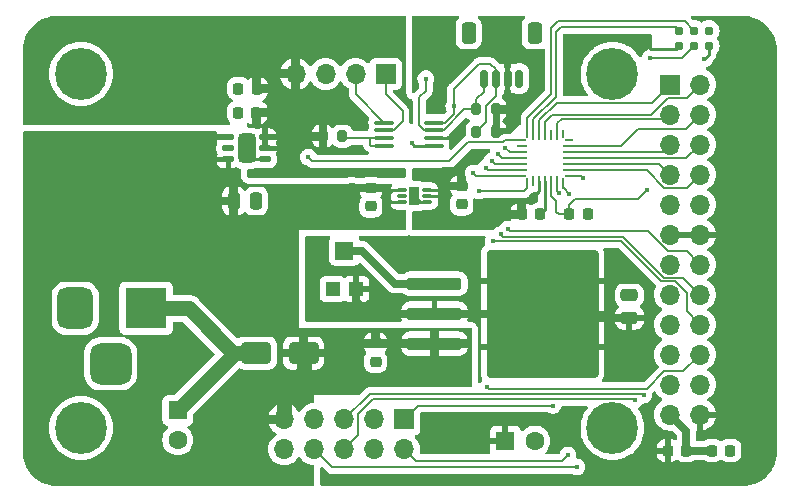
<source format=gbr>
%TF.GenerationSoftware,KiCad,Pcbnew,7.0.2-0*%
%TF.CreationDate,2024-01-05T15:47:55-05:00*%
%TF.ProjectId,WiringHarness,57697269-6e67-4486-9172-6e6573732e6b,rev?*%
%TF.SameCoordinates,Original*%
%TF.FileFunction,Copper,L1,Top*%
%TF.FilePolarity,Positive*%
%FSLAX46Y46*%
G04 Gerber Fmt 4.6, Leading zero omitted, Abs format (unit mm)*
G04 Created by KiCad (PCBNEW 7.0.2-0) date 2024-01-05 15:47:55*
%MOMM*%
%LPD*%
G01*
G04 APERTURE LIST*
G04 Aperture macros list*
%AMRoundRect*
0 Rectangle with rounded corners*
0 $1 Rounding radius*
0 $2 $3 $4 $5 $6 $7 $8 $9 X,Y pos of 4 corners*
0 Add a 4 corners polygon primitive as box body*
4,1,4,$2,$3,$4,$5,$6,$7,$8,$9,$2,$3,0*
0 Add four circle primitives for the rounded corners*
1,1,$1+$1,$2,$3*
1,1,$1+$1,$4,$5*
1,1,$1+$1,$6,$7*
1,1,$1+$1,$8,$9*
0 Add four rect primitives between the rounded corners*
20,1,$1+$1,$2,$3,$4,$5,0*
20,1,$1+$1,$4,$5,$6,$7,0*
20,1,$1+$1,$6,$7,$8,$9,0*
20,1,$1+$1,$8,$9,$2,$3,0*%
%AMFreePoly0*
4,1,14,0.230680,0.111820,0.364320,-0.021821,0.377500,-0.053642,0.377500,-0.080000,0.364320,-0.111820,0.332500,-0.125000,-0.332500,-0.125000,-0.364320,-0.111820,-0.377500,-0.080000,-0.377500,0.080000,-0.364320,0.111820,-0.332500,0.125000,0.198860,0.125000,0.230680,0.111820,0.230680,0.111820,$1*%
%AMFreePoly1*
4,1,14,0.364320,0.111820,0.377500,0.080000,0.377501,0.053640,0.364318,0.021819,0.230680,-0.111820,0.198860,-0.125000,-0.332500,-0.125000,-0.364320,-0.111820,-0.377500,-0.080000,-0.377500,0.080000,-0.364320,0.111820,-0.332500,0.125000,0.332500,0.125000,0.364320,0.111820,0.364320,0.111820,$1*%
%AMFreePoly2*
4,1,15,0.053642,0.377500,0.080000,0.377500,0.111820,0.364320,0.125000,0.332500,0.125000,-0.332500,0.111820,-0.364320,0.080000,-0.377500,-0.080000,-0.377500,-0.111820,-0.364320,-0.125000,-0.332500,-0.125000,0.198860,-0.111820,0.230680,0.021820,0.364320,0.053640,0.377501,0.053642,0.377500,0.053642,0.377500,$1*%
%AMFreePoly3*
4,1,14,-0.021820,0.364320,0.111820,0.230679,0.125001,0.198860,0.125000,-0.332500,0.111820,-0.364320,0.080000,-0.377500,-0.080000,-0.377500,-0.111820,-0.364320,-0.125000,-0.332500,-0.125000,0.332500,-0.111820,0.364320,-0.080000,0.377500,-0.053640,0.377500,-0.021820,0.364320,-0.021820,0.364320,$1*%
%AMFreePoly4*
4,1,14,0.364320,0.111820,0.377500,0.080000,0.377500,-0.080000,0.364320,-0.111820,0.332500,-0.125000,-0.198860,-0.125001,-0.230680,-0.111818,-0.364320,0.021820,-0.377500,0.053640,-0.377500,0.080000,-0.364320,0.111820,-0.332500,0.125000,0.332500,0.125000,0.364320,0.111820,0.364320,0.111820,$1*%
%AMFreePoly5*
4,1,15,-0.198858,0.125000,0.332500,0.125000,0.364320,0.111820,0.377500,0.080000,0.377500,-0.080000,0.364320,-0.111820,0.332500,-0.125000,-0.332500,-0.125000,-0.364320,-0.111820,-0.377500,-0.080000,-0.377500,-0.053640,-0.364320,-0.021820,-0.230680,0.111820,-0.198860,0.125001,-0.198858,0.125000,-0.198858,0.125000,$1*%
%AMFreePoly6*
4,1,14,0.111820,0.364320,0.125000,0.332500,0.125001,-0.198860,0.111818,-0.230680,-0.021820,-0.364320,-0.053640,-0.377500,-0.080000,-0.377500,-0.111820,-0.364320,-0.125000,-0.332500,-0.125000,0.332500,-0.111820,0.364320,-0.080000,0.377500,0.080000,0.377500,0.111820,0.364320,0.111820,0.364320,$1*%
%AMFreePoly7*
4,1,14,0.111820,0.364320,0.125000,0.332500,0.125000,-0.332500,0.111820,-0.364320,0.080000,-0.377500,0.053640,-0.377501,0.021819,-0.364318,-0.111820,-0.230680,-0.125000,-0.198860,-0.125000,0.332500,-0.111820,0.364320,-0.080000,0.377500,0.080000,0.377500,0.111820,0.364320,0.111820,0.364320,$1*%
G04 Aperture macros list end*
%TA.AperFunction,SMDPad,CuDef*%
%ADD10RoundRect,0.250000X0.475000X-0.250000X0.475000X0.250000X-0.475000X0.250000X-0.475000X-0.250000X0*%
%TD*%
%TA.AperFunction,SMDPad,CuDef*%
%ADD11RoundRect,0.225000X0.225000X0.250000X-0.225000X0.250000X-0.225000X-0.250000X0.225000X-0.250000X0*%
%TD*%
%TA.AperFunction,ComponentPad*%
%ADD12R,1.700000X1.700000*%
%TD*%
%TA.AperFunction,ComponentPad*%
%ADD13O,1.700000X1.700000*%
%TD*%
%TA.AperFunction,SMDPad,CuDef*%
%ADD14RoundRect,0.225000X-0.225000X-0.250000X0.225000X-0.250000X0.225000X0.250000X-0.225000X0.250000X0*%
%TD*%
%TA.AperFunction,SMDPad,CuDef*%
%ADD15RoundRect,0.225000X-0.250000X0.225000X-0.250000X-0.225000X0.250000X-0.225000X0.250000X0.225000X0*%
%TD*%
%TA.AperFunction,ComponentPad*%
%ADD16C,4.400000*%
%TD*%
%TA.AperFunction,SMDPad,CuDef*%
%ADD17RoundRect,0.250000X-2.050000X-0.300000X2.050000X-0.300000X2.050000X0.300000X-2.050000X0.300000X0*%
%TD*%
%TA.AperFunction,SMDPad,CuDef*%
%ADD18RoundRect,0.250000X-2.025000X-2.375000X2.025000X-2.375000X2.025000X2.375000X-2.025000X2.375000X0*%
%TD*%
%TA.AperFunction,SMDPad,CuDef*%
%ADD19RoundRect,0.250002X-4.449998X-5.149998X4.449998X-5.149998X4.449998X5.149998X-4.449998X5.149998X0*%
%TD*%
%TA.AperFunction,SMDPad,CuDef*%
%ADD20RoundRect,0.250000X-0.250000X-0.475000X0.250000X-0.475000X0.250000X0.475000X-0.250000X0.475000X0*%
%TD*%
%TA.AperFunction,ComponentPad*%
%ADD21R,1.600000X1.600000*%
%TD*%
%TA.AperFunction,ComponentPad*%
%ADD22C,1.600000*%
%TD*%
%TA.AperFunction,SMDPad,CuDef*%
%ADD23RoundRect,0.075000X0.350000X0.075000X-0.350000X0.075000X-0.350000X-0.075000X0.350000X-0.075000X0*%
%TD*%
%TA.AperFunction,SMDPad,CuDef*%
%ADD24RoundRect,0.225000X0.225000X0.575000X-0.225000X0.575000X-0.225000X-0.575000X0.225000X-0.575000X0*%
%TD*%
%TA.AperFunction,SMDPad,CuDef*%
%ADD25RoundRect,0.250000X1.000000X0.650000X-1.000000X0.650000X-1.000000X-0.650000X1.000000X-0.650000X0*%
%TD*%
%TA.AperFunction,ConnectorPad*%
%ADD26C,0.787400*%
%TD*%
%TA.AperFunction,SMDPad,CuDef*%
%ADD27RoundRect,0.150000X0.150000X0.625000X-0.150000X0.625000X-0.150000X-0.625000X0.150000X-0.625000X0*%
%TD*%
%TA.AperFunction,SMDPad,CuDef*%
%ADD28RoundRect,0.250000X0.350000X0.650000X-0.350000X0.650000X-0.350000X-0.650000X0.350000X-0.650000X0*%
%TD*%
%TA.AperFunction,SMDPad,CuDef*%
%ADD29RoundRect,0.218750X-0.218750X-0.256250X0.218750X-0.256250X0.218750X0.256250X-0.218750X0.256250X0*%
%TD*%
%TA.AperFunction,SMDPad,CuDef*%
%ADD30RoundRect,0.100000X0.712500X0.100000X-0.712500X0.100000X-0.712500X-0.100000X0.712500X-0.100000X0*%
%TD*%
%TA.AperFunction,ComponentPad*%
%ADD31R,3.500000X3.500000*%
%TD*%
%TA.AperFunction,ComponentPad*%
%ADD32RoundRect,0.750000X-0.750000X-1.000000X0.750000X-1.000000X0.750000X1.000000X-0.750000X1.000000X0*%
%TD*%
%TA.AperFunction,ComponentPad*%
%ADD33RoundRect,0.875000X-0.875000X-0.875000X0.875000X-0.875000X0.875000X0.875000X-0.875000X0.875000X0*%
%TD*%
%TA.AperFunction,SMDPad,CuDef*%
%ADD34RoundRect,0.200000X-0.200000X-0.275000X0.200000X-0.275000X0.200000X0.275000X-0.200000X0.275000X0*%
%TD*%
%TA.AperFunction,SMDPad,CuDef*%
%ADD35R,1.200000X1.200000*%
%TD*%
%TA.AperFunction,SMDPad,CuDef*%
%ADD36R,1.600000X1.500000*%
%TD*%
%TA.AperFunction,SMDPad,CuDef*%
%ADD37RoundRect,0.200000X0.200000X0.275000X-0.200000X0.275000X-0.200000X-0.275000X0.200000X-0.275000X0*%
%TD*%
%TA.AperFunction,SMDPad,CuDef*%
%ADD38RoundRect,0.112500X0.387500X0.112500X-0.387500X0.112500X-0.387500X-0.112500X0.387500X-0.112500X0*%
%TD*%
%TA.AperFunction,SMDPad,CuDef*%
%ADD39RoundRect,0.375000X0.375000X0.875000X-0.375000X0.875000X-0.375000X-0.875000X0.375000X-0.875000X0*%
%TD*%
%TA.AperFunction,SMDPad,CuDef*%
%ADD40FreePoly0,90.000000*%
%TD*%
%TA.AperFunction,SMDPad,CuDef*%
%ADD41RoundRect,0.062500X0.062500X-0.375000X0.062500X0.375000X-0.062500X0.375000X-0.062500X-0.375000X0*%
%TD*%
%TA.AperFunction,SMDPad,CuDef*%
%ADD42FreePoly1,90.000000*%
%TD*%
%TA.AperFunction,SMDPad,CuDef*%
%ADD43FreePoly2,90.000000*%
%TD*%
%TA.AperFunction,SMDPad,CuDef*%
%ADD44RoundRect,0.062500X0.375000X-0.062500X0.375000X0.062500X-0.375000X0.062500X-0.375000X-0.062500X0*%
%TD*%
%TA.AperFunction,SMDPad,CuDef*%
%ADD45FreePoly3,90.000000*%
%TD*%
%TA.AperFunction,SMDPad,CuDef*%
%ADD46FreePoly4,90.000000*%
%TD*%
%TA.AperFunction,SMDPad,CuDef*%
%ADD47FreePoly5,90.000000*%
%TD*%
%TA.AperFunction,SMDPad,CuDef*%
%ADD48FreePoly6,90.000000*%
%TD*%
%TA.AperFunction,SMDPad,CuDef*%
%ADD49FreePoly7,90.000000*%
%TD*%
%TA.AperFunction,ViaPad*%
%ADD50C,0.420000*%
%TD*%
%TA.AperFunction,Conductor*%
%ADD51C,0.127000*%
%TD*%
%TA.AperFunction,Conductor*%
%ADD52C,1.270000*%
%TD*%
%TA.AperFunction,Conductor*%
%ADD53C,0.254000*%
%TD*%
%TA.AperFunction,Conductor*%
%ADD54C,0.635000*%
%TD*%
%TA.AperFunction,Conductor*%
%ADD55C,0.508000*%
%TD*%
G04 APERTURE END LIST*
D10*
%TO.P,C4,1*%
%TO.N,+5VP*%
X178422000Y-101407000D03*
%TO.P,C4,2*%
%TO.N,GND*%
X178422000Y-99507000D03*
%TD*%
D11*
%TO.P,C15,1*%
%TO.N,+5V*%
X146888200Y-82016600D03*
%TO.P,C15,2*%
%TO.N,GND*%
X145338200Y-82016600D03*
%TD*%
D12*
%TO.P,J4,1,Pin_1*%
%TO.N,/StepX*%
X159370000Y-110000000D03*
D13*
%TO.P,J4,2,Pin_2*%
%TO.N,/DirX*%
X159370000Y-112540000D03*
%TO.P,J4,3,Pin_3*%
%TO.N,/SCL*%
X156830000Y-110000000D03*
%TO.P,J4,4,Pin_4*%
%TO.N,/SDA*%
X156830000Y-112540000D03*
%TO.P,J4,5,Pin_5*%
%TO.N,/D0*%
X154290000Y-110000000D03*
%TO.P,J4,6,Pin_6*%
%TO.N,/D1*%
X154290000Y-112540000D03*
%TO.P,J4,7,Pin_7*%
%TO.N,/StepY*%
X151750000Y-110000000D03*
%TO.P,J4,8,Pin_8*%
%TO.N,/DirY*%
X151750000Y-112540000D03*
%TO.P,J4,9,Pin_9*%
%TO.N,/Vsys*%
X149210000Y-110000000D03*
%TO.P,J4,10,Pin_10*%
%TO.N,GND*%
X149210000Y-112540000D03*
%TD*%
D14*
%TO.P,C5,1*%
%TO.N,/RstN*%
X173355000Y-92659200D03*
%TO.P,C5,2*%
%TO.N,GND*%
X174905000Y-92659200D03*
%TD*%
%TO.P,C12,1*%
%TO.N,+3.3V*%
X169328800Y-92659200D03*
%TO.P,C12,2*%
%TO.N,GND*%
X170878800Y-92659200D03*
%TD*%
D15*
%TO.P,C13,1*%
%TO.N,/Vsys*%
X156950000Y-103575000D03*
%TO.P,C13,2*%
%TO.N,GND*%
X156950000Y-105125000D03*
%TD*%
D12*
%TO.P,J5,1,Pin_1*%
%TO.N,/SCL*%
X157800000Y-80750000D03*
D13*
%TO.P,J5,2,Pin_2*%
%TO.N,/SDA*%
X155260000Y-80750000D03*
%TO.P,J5,3,Pin_3*%
%TO.N,GND*%
X152720000Y-80750000D03*
%TO.P,J5,4,Pin_4*%
%TO.N,+5V*%
X150180000Y-80750000D03*
%TD*%
D16*
%TO.P,H2,1,1*%
%TO.N,GND*%
X177000000Y-110750000D03*
%TD*%
D12*
%TO.P,J7,1,Pin_1*%
%TO.N,/Y0_0*%
X181864000Y-81661000D03*
D13*
%TO.P,J7,2,Pin_2*%
%TO.N,/Y1_0*%
X184404000Y-81661000D03*
%TO.P,J7,3,Pin_3*%
%TO.N,/Y0_1*%
X181864000Y-84201000D03*
%TO.P,J7,4,Pin_4*%
%TO.N,/Y1_1*%
X184404000Y-84201000D03*
%TO.P,J7,5,Pin_5*%
%TO.N,/Y0_2*%
X181864000Y-86741000D03*
%TO.P,J7,6,Pin_6*%
%TO.N,/Y1_2*%
X184404000Y-86741000D03*
%TO.P,J7,7,Pin_7*%
%TO.N,/Y0_3*%
X181864000Y-89281000D03*
%TO.P,J7,8,Pin_8*%
%TO.N,/Y1_3*%
X184404000Y-89281000D03*
%TO.P,J7,9,Pin_9*%
%TO.N,GND*%
X181864000Y-91821000D03*
%TO.P,J7,10,Pin_10*%
X184404000Y-91821000D03*
%TO.P,J7,11,Pin_11*%
%TO.N,+5VP*%
X181864000Y-94361000D03*
%TO.P,J7,12,Pin_12*%
X184404000Y-94361000D03*
%TO.P,J7,13,Pin_13*%
%TO.N,unconnected-(J7-Pin_13-Pad13)*%
X181864000Y-96901000D03*
%TO.P,J7,14,Pin_14*%
%TO.N,/X_0*%
X184404000Y-96901000D03*
%TO.P,J7,15,Pin_15*%
%TO.N,unconnected-(J7-Pin_15-Pad15)*%
X181864000Y-99441000D03*
%TO.P,J7,16,Pin_16*%
%TO.N,/X_1*%
X184404000Y-99441000D03*
%TO.P,J7,17,Pin_17*%
%TO.N,/D1*%
X181864000Y-101981000D03*
%TO.P,J7,18,Pin_18*%
%TO.N,/X_2*%
X184404000Y-101981000D03*
%TO.P,J7,19,Pin_19*%
%TO.N,/D0*%
X181864000Y-104521000D03*
%TO.P,J7,20,Pin_20*%
%TO.N,/X_3*%
X184404000Y-104521000D03*
%TO.P,J7,21,Pin_21*%
%TO.N,GND*%
X181864000Y-107061000D03*
%TO.P,J7,22,Pin_22*%
X184404000Y-107061000D03*
%TO.P,J7,23,Pin_23*%
%TO.N,Net-(J7-Pin_23)*%
X181864000Y-109601000D03*
%TO.P,J7,24,Pin_24*%
%TO.N,+5VP*%
X184404000Y-109601000D03*
%TD*%
D16*
%TO.P,H5,1,1*%
%TO.N,GND*%
X132000000Y-80750000D03*
%TD*%
D17*
%TO.P,U8,1,ADJ/GND*%
%TO.N,Net-(U8-ADJ{slash}GND)*%
X161931000Y-98533000D03*
%TO.P,U8,2,OUT*%
%TO.N,+5VP*%
X161931000Y-101073000D03*
D18*
X168656000Y-98298000D03*
X168656000Y-103848000D03*
D19*
X171081000Y-101073000D03*
D18*
X173506000Y-98298000D03*
X173506000Y-103848000D03*
D17*
%TO.P,U8,3,IN*%
%TO.N,/Vsys*%
X161931000Y-103613000D03*
%TD*%
D16*
%TO.P,H3,1,1*%
%TO.N,GND*%
X132000000Y-110750000D03*
%TD*%
D20*
%TO.P,C2,1*%
%TO.N,/Vsys*%
X144930000Y-91520000D03*
%TO.P,C2,2*%
%TO.N,GND*%
X146830000Y-91520000D03*
%TD*%
D21*
%TO.P,C3,1*%
%TO.N,+5VP*%
X167934000Y-111836200D03*
D22*
%TO.P,C3,2*%
%TO.N,GND*%
X170434000Y-111836200D03*
%TD*%
D23*
%TO.P,U3,1,GND*%
%TO.N,GND*%
X161290000Y-91592400D03*
%TO.P,U3,2,Sense*%
%TO.N,+3.3V*%
X161290000Y-91092400D03*
%TO.P,U3,3,VOUT*%
X161290000Y-90592400D03*
%TO.P,U3,4,VIN*%
%TO.N,/Vsys*%
X159140000Y-90592400D03*
%TO.P,U3,5,NC*%
%TO.N,unconnected-(U3-NC-Pad5)*%
X159140000Y-91092400D03*
%TO.P,U3,6,EN*%
%TO.N,/Vsys*%
X159140000Y-91592400D03*
D24*
%TO.P,U3,7,GND*%
%TO.N,GND*%
X160215000Y-91092400D03*
%TD*%
D25*
%TO.P,D1,1,K*%
%TO.N,/Vsys*%
X150844000Y-104394000D03*
%TO.P,D1,2,A*%
%TO.N,Net-(D1-A)*%
X146844000Y-104394000D03*
%TD*%
D26*
%TO.P,J3,1,VCC*%
%TO.N,+3.3V*%
X182626000Y-78359000D03*
%TO.P,J3,2,SWDIO*%
%TO.N,/SWDIO*%
X182626000Y-77089000D03*
%TO.P,J3,3,~{RESET}*%
%TO.N,/RstN*%
X183896000Y-78359000D03*
%TO.P,J3,4,SWCLK*%
%TO.N,/SWCLK*%
X183896000Y-77089000D03*
%TO.P,J3,5,GND*%
%TO.N,GND*%
X185166000Y-78359000D03*
%TO.P,J3,6,SWO*%
%TO.N,unconnected-(J3-SWO-Pad6)*%
X185166000Y-77089000D03*
%TD*%
D27*
%TO.P,J6,1,Pin_1*%
%TO.N,GND*%
X169116000Y-81153000D03*
%TO.P,J6,2,Pin_2*%
%TO.N,+3.3V*%
X168116000Y-81153000D03*
%TO.P,J6,3,Pin_3*%
%TO.N,/SDA3*%
X167116000Y-81153000D03*
%TO.P,J6,4,Pin_4*%
%TO.N,/SCL3*%
X166116000Y-81153000D03*
D28*
%TO.P,J6,MP*%
%TO.N,N/C*%
X170416000Y-77278000D03*
X164816000Y-77278000D03*
%TD*%
D29*
%TO.P,FB1,1*%
%TO.N,+5VP*%
X181686000Y-112649000D03*
%TO.P,FB1,2*%
%TO.N,Net-(J7-Pin_23)*%
X183261000Y-112649000D03*
%TD*%
D14*
%TO.P,C6,1*%
%TO.N,Net-(J7-Pin_23)*%
X185420000Y-112649000D03*
%TO.P,C6,2*%
%TO.N,GND*%
X186970000Y-112649000D03*
%TD*%
D15*
%TO.P,C11,1*%
%TO.N,+3.3V*%
X164250000Y-90250000D03*
%TO.P,C11,2*%
%TO.N,GND*%
X164250000Y-91800000D03*
%TD*%
D30*
%TO.P,U1,1,GND*%
%TO.N,GND*%
X161882800Y-86827000D03*
%TO.P,U1,2,VREF1*%
%TO.N,+3.3V*%
X161882800Y-86177000D03*
%TO.P,U1,3,SCL1*%
%TO.N,/SCL3*%
X161882800Y-85527000D03*
%TO.P,U1,4,SDA1*%
%TO.N,/SDA3*%
X161882800Y-84877000D03*
%TO.P,U1,5,SDA2*%
%TO.N,/SDA*%
X157657800Y-84877000D03*
%TO.P,U1,6,SCL2*%
%TO.N,/SCL*%
X157657800Y-85527000D03*
%TO.P,U1,7,VREF2*%
%TO.N,Net-(U1-EN)*%
X157657800Y-86177000D03*
%TO.P,U1,8,EN*%
X157657800Y-86827000D03*
%TD*%
D31*
%TO.P,J1,1*%
%TO.N,Net-(D1-A)*%
X137512000Y-100592500D03*
D32*
%TO.P,J1,2*%
%TO.N,GND*%
X131512000Y-100592500D03*
D33*
%TO.P,J1,3*%
%TO.N,N/C*%
X134512000Y-105292500D03*
%TD*%
D34*
%TO.P,R6,1*%
%TO.N,+5V*%
X152489400Y-86029800D03*
%TO.P,R6,2*%
%TO.N,Net-(U1-EN)*%
X154139400Y-86029800D03*
%TD*%
D35*
%TO.P,R7,1*%
%TO.N,GND*%
X153305000Y-98980665D03*
D36*
%TO.P,R7,2*%
%TO.N,Net-(U8-ADJ{slash}GND)*%
X154305000Y-95730665D03*
D35*
%TO.P,R7,3*%
%TO.N,+5VP*%
X155305000Y-98980665D03*
%TD*%
D21*
%TO.P,C10,1*%
%TO.N,Net-(D1-A)*%
X140200000Y-109250000D03*
D22*
%TO.P,C10,2*%
%TO.N,GND*%
X140200000Y-111750000D03*
%TD*%
D11*
%TO.P,C14,1*%
%TO.N,+5V*%
X146850400Y-84048600D03*
%TO.P,C14,2*%
%TO.N,GND*%
X145300400Y-84048600D03*
%TD*%
D37*
%TO.P,R2,1*%
%TO.N,+3.3V*%
X167118800Y-85674200D03*
%TO.P,R2,2*%
%TO.N,/SDA3*%
X165468800Y-85674200D03*
%TD*%
%TO.P,R1,1*%
%TO.N,+3.3V*%
X167131000Y-83769200D03*
%TO.P,R1,2*%
%TO.N,/SCL3*%
X165481000Y-83769200D03*
%TD*%
D15*
%TO.P,C1,1*%
%TO.N,/Vsys*%
X156550000Y-90425000D03*
%TO.P,C1,2*%
%TO.N,GND*%
X156550000Y-91975000D03*
%TD*%
D16*
%TO.P,H1,1,1*%
%TO.N,GND*%
X177000000Y-80750000D03*
%TD*%
D38*
%TO.P,U7,1,GND*%
%TO.N,GND*%
X147574000Y-88006000D03*
%TO.P,U7,2,Sense*%
%TO.N,+5V*%
X147574000Y-87056000D03*
%TO.P,U7,3,VOUT*%
X147574000Y-86106000D03*
%TO.P,U7,4,VIN*%
%TO.N,/Vsys*%
X144474000Y-86106000D03*
%TO.P,U7,5,NC*%
%TO.N,unconnected-(U7-NC-Pad5)*%
X144474000Y-87056000D03*
%TO.P,U7,6,EN*%
%TO.N,/Vsys*%
X144474000Y-88006000D03*
D39*
%TO.P,U7,7,GND*%
%TO.N,GND*%
X146024000Y-87056000D03*
%TD*%
D40*
%TO.P,U6,1,PC14*%
%TO.N,/SDA3*%
X169797600Y-89881500D03*
D41*
%TO.P,U6,2,PC15*%
%TO.N,unconnected-(U6-PC15-Pad2)*%
X170297600Y-89821500D03*
%TO.P,U6,3,VDD*%
%TO.N,+3.3V*%
X170797600Y-89821500D03*
%TO.P,U6,4,VSS*%
%TO.N,GND*%
X171297600Y-89821500D03*
%TO.P,U6,5,PF2*%
%TO.N,/RstN*%
X171797600Y-89821500D03*
%TO.P,U6,6,PA0*%
%TO.N,/StepX*%
X172297600Y-89821500D03*
D42*
%TO.P,U6,7,PA1*%
%TO.N,/DirX*%
X172797600Y-89881500D03*
D43*
%TO.P,U6,8,PA2*%
%TO.N,/DirY*%
X173295100Y-89384000D03*
D44*
%TO.P,U6,9,PA3*%
%TO.N,/Y1_3*%
X173235100Y-88884000D03*
%TO.P,U6,10,PA4*%
%TO.N,/Y0_3*%
X173235100Y-88384000D03*
%TO.P,U6,11,PA5*%
%TO.N,/Y1_2*%
X173235100Y-87884000D03*
%TO.P,U6,12,PA6*%
%TO.N,/Y0_2*%
X173235100Y-87384000D03*
%TO.P,U6,13,PA7*%
%TO.N,/Y1_1*%
X173235100Y-86884000D03*
D45*
%TO.P,U6,14,PB0*%
%TO.N,unconnected-(U6-PB0-Pad14)*%
X173295100Y-86384000D03*
D46*
%TO.P,U6,15,PB1*%
%TO.N,unconnected-(U6-PB1-Pad15)*%
X172797600Y-85886500D03*
D41*
%TO.P,U6,16,PA8*%
%TO.N,/Y0_1*%
X172297600Y-85946500D03*
%TO.P,U6,17,PC6*%
%TO.N,unconnected-(U6-PC6-Pad17)*%
X171797600Y-85946500D03*
%TO.P,U6,18,PA11/PA9*%
%TO.N,/Y1_0*%
X171297600Y-85946500D03*
%TO.P,U6,19,PA12/PA10*%
%TO.N,/Y0_0*%
X170797600Y-85946500D03*
%TO.P,U6,20,PA13*%
%TO.N,/SWDIO*%
X170297600Y-85946500D03*
D47*
%TO.P,U6,21,PA14*%
%TO.N,/SWCLK*%
X169797600Y-85886500D03*
D48*
%TO.P,U6,22,PA15*%
%TO.N,/StepY*%
X169300100Y-86384000D03*
D44*
%TO.P,U6,23,PB3*%
%TO.N,unconnected-(U6-PB3-Pad23)*%
X169360100Y-86884000D03*
%TO.P,U6,24,PB4*%
%TO.N,/X_0*%
X169360100Y-87384000D03*
%TO.P,U6,25,PB5*%
%TO.N,/X_1*%
X169360100Y-87884000D03*
%TO.P,U6,26,PB6*%
%TO.N,/X_2*%
X169360100Y-88384000D03*
%TO.P,U6,27,PB7*%
%TO.N,/X_3*%
X169360100Y-88884000D03*
D49*
%TO.P,U6,28,PB8*%
%TO.N,/SCL3*%
X169300100Y-89384000D03*
%TD*%
D50*
%TO.N,GND*%
X145415000Y-84074000D03*
X146050000Y-87122000D03*
X146850000Y-91270000D03*
X146860000Y-91810000D03*
X156550000Y-92000000D03*
X156972000Y-105130600D03*
X175006000Y-92710000D03*
X160274000Y-90678000D03*
X169150000Y-81500000D03*
X184785000Y-79502000D03*
X146050000Y-86360000D03*
X145415000Y-82042000D03*
X160020000Y-86614000D03*
X169150000Y-80800000D03*
X146050000Y-87884000D03*
X170942000Y-92710000D03*
X187071000Y-112649000D03*
X153289000Y-98958400D03*
X178435000Y-99568000D03*
X164211000Y-91821000D03*
X160274000Y-91440000D03*
%TO.N,/Vsys*%
X154940000Y-91440000D03*
X154940000Y-92710000D03*
X142240000Y-87630000D03*
X146685000Y-108585000D03*
X145415000Y-109855000D03*
X140970000Y-88900000D03*
X147955000Y-107315000D03*
X142240000Y-86360000D03*
X140970000Y-86360000D03*
X142240000Y-91440000D03*
X145415000Y-107315000D03*
X146685000Y-107315000D03*
X142240000Y-88900000D03*
X140970000Y-90170000D03*
X146685000Y-109855000D03*
X140970000Y-87630000D03*
X145415000Y-108585000D03*
X142240000Y-90170000D03*
X140970000Y-91440000D03*
X154940000Y-90170000D03*
%TO.N,/SDA3*%
X165735000Y-90678000D03*
X165468800Y-85674200D03*
X163576000Y-83515200D03*
%TO.N,/D0*%
X179628800Y-107950000D03*
%TO.N,/D1*%
X178917600Y-108356400D03*
%TO.N,/SCL3*%
X165481000Y-83769200D03*
X165222000Y-89154000D03*
X161200000Y-81150000D03*
%TO.N,/RstN*%
X180213000Y-79375000D03*
X179959000Y-90551000D03*
%TO.N,/StepX*%
X172466000Y-90805000D03*
X171958000Y-108839000D03*
%TO.N,/DirX*%
X173228000Y-113030000D03*
X173355000Y-90932000D03*
%TO.N,/StepY*%
X151257000Y-87807800D03*
%TO.N,/DirY*%
X173990000Y-114046000D03*
X174498000Y-89535000D03*
%TO.N,+3.3V*%
X162941000Y-77597000D03*
X173228000Y-79629000D03*
X162941000Y-78359000D03*
X162687000Y-89662000D03*
X173228000Y-77978000D03*
X169291000Y-92710000D03*
X162687000Y-92837000D03*
X173228000Y-78740000D03*
X162941000Y-79248000D03*
X163449000Y-85979000D03*
X173228000Y-80518000D03*
X162941000Y-76835000D03*
X161798000Y-88900000D03*
X162687000Y-91821000D03*
X179750000Y-78150000D03*
X162687000Y-88900000D03*
%TO.N,+5V*%
X149150000Y-86650000D03*
X158369000Y-77724000D03*
X146850000Y-84050000D03*
X149150000Y-88550000D03*
X149150000Y-87650000D03*
X149150000Y-85750000D03*
%TO.N,/X_0*%
X167900000Y-87000000D03*
X168150000Y-93900000D03*
%TO.N,/X_1*%
X167327000Y-87550000D03*
X167550000Y-94350000D03*
%TO.N,/X_2*%
X166800000Y-88100000D03*
X166900000Y-94900000D03*
%TO.N,/X_3*%
X166300000Y-88700000D03*
X166400000Y-107289600D03*
%TO.N,+5VP*%
X161925000Y-111760000D03*
X172720000Y-101600000D03*
X151765000Y-98425000D03*
X175260000Y-99060000D03*
X179197000Y-114681000D03*
X164465000Y-110490000D03*
X170180000Y-104140000D03*
X167640000Y-104140000D03*
X175260000Y-104140000D03*
X151765000Y-100965000D03*
X182245000Y-114681000D03*
X153035000Y-100965000D03*
X167640000Y-96520000D03*
X172720000Y-104140000D03*
X151765000Y-99695000D03*
X175260000Y-96520000D03*
X167640000Y-101600000D03*
X163195000Y-111760000D03*
X172720000Y-96520000D03*
X170180000Y-101600000D03*
X170180000Y-96520000D03*
X172720000Y-99060000D03*
X163195000Y-110490000D03*
X154305000Y-100965000D03*
X175260000Y-101600000D03*
X178054000Y-114681000D03*
X167640000Y-99060000D03*
X181229000Y-114681000D03*
X170180000Y-99060000D03*
X164465000Y-111760000D03*
X183261000Y-114681000D03*
X161925000Y-110490000D03*
X180213000Y-114681000D03*
%TD*%
D51*
%TO.N,/X_2*%
X167084000Y-88384000D02*
X166800000Y-88100000D01*
X169360100Y-88384000D02*
X167084000Y-88384000D01*
%TO.N,/X_3*%
X169360100Y-88884000D02*
X166484000Y-88884000D01*
X166484000Y-88884000D02*
X166300000Y-88700000D01*
%TO.N,/X_1*%
X167750000Y-94550000D02*
X167550000Y-94350000D01*
X177900000Y-94550000D02*
X167750000Y-94550000D01*
X182977500Y-98014500D02*
X181364500Y-98014500D01*
X184404000Y-99441000D02*
X182977500Y-98014500D01*
X181364500Y-98014500D02*
X177900000Y-94550000D01*
%TO.N,/X_0*%
X181715773Y-95787500D02*
X180028273Y-94100000D01*
X180028273Y-94100000D02*
X168350000Y-94100000D01*
X168350000Y-94100000D02*
X168150000Y-93900000D01*
%TO.N,/X_1*%
X167661000Y-87884000D02*
X167327000Y-87550000D01*
%TO.N,/X_0*%
X184404000Y-96901000D02*
X183290500Y-95787500D01*
X183290500Y-95787500D02*
X181715773Y-95787500D01*
%TO.N,/X_1*%
X169360100Y-87884000D02*
X167661000Y-87884000D01*
D52*
%TO.N,Net-(D1-A)*%
X145415000Y-104394000D02*
X144907000Y-104394000D01*
X144907000Y-104394000D02*
X141105500Y-100592500D01*
X146844000Y-104394000D02*
X145415000Y-104394000D01*
X145056000Y-104394000D02*
X145415000Y-104394000D01*
X140200000Y-109250000D02*
X145056000Y-104394000D01*
X141105500Y-100592500D02*
X137512000Y-100592500D01*
D53*
%TO.N,GND*%
X160562600Y-91440000D02*
X160274000Y-91440000D01*
X160233000Y-86827000D02*
X160020000Y-86614000D01*
X171297600Y-89821500D02*
X171297600Y-92240400D01*
X160274000Y-91440000D02*
X160274000Y-91151400D01*
X171297600Y-92240400D02*
X170878800Y-92659200D01*
X185166000Y-79121000D02*
X184785000Y-79502000D01*
X161290000Y-91592400D02*
X160715000Y-91592400D01*
X160274000Y-91151400D02*
X160215000Y-91092400D01*
X146172000Y-88006000D02*
X146050000Y-87884000D01*
X160715000Y-91592400D02*
X160562600Y-91440000D01*
X161882800Y-86827000D02*
X160233000Y-86827000D01*
X147574000Y-88006000D02*
X146172000Y-88006000D01*
X185166000Y-78359000D02*
X185166000Y-79121000D01*
D51*
%TO.N,/SCL*%
X159232600Y-84764700D02*
X159232600Y-83921600D01*
X157657800Y-85527000D02*
X158470300Y-85527000D01*
X159232600Y-83921600D02*
X157800000Y-82489000D01*
X158470300Y-85527000D02*
X159232600Y-84764700D01*
X157800000Y-82489000D02*
X157800000Y-80750000D01*
%TO.N,/SDA*%
X157657800Y-84877000D02*
X155260000Y-82479200D01*
X155260000Y-82479200D02*
X155260000Y-80750000D01*
D54*
%TO.N,/Vsys*%
X156988000Y-103613000D02*
X156950000Y-103575000D01*
D53*
X158115000Y-90805000D02*
X158327600Y-90592400D01*
D52*
X150844000Y-104394000D02*
X150844000Y-105873800D01*
D53*
X159140000Y-91592400D02*
X158267400Y-91592400D01*
X158115000Y-91440000D02*
X158115000Y-90805000D01*
X158327600Y-90592400D02*
X159140000Y-90592400D01*
X144474000Y-86106000D02*
X142494000Y-86106000D01*
X144474000Y-88006000D02*
X142616000Y-88006000D01*
X158267400Y-91592400D02*
X158115000Y-91440000D01*
D54*
X150844000Y-104394000D02*
X154051000Y-104394000D01*
D53*
X142616000Y-88006000D02*
X142240000Y-87630000D01*
D52*
X149210000Y-107507800D02*
X149210000Y-110000000D01*
X150844000Y-105873800D02*
X149210000Y-107507800D01*
D53*
X142494000Y-86106000D02*
X142240000Y-86360000D01*
D54*
X154051000Y-104394000D02*
X154870000Y-103575000D01*
X156950000Y-103575000D02*
X154870000Y-103575000D01*
X161931000Y-103613000D02*
X156988000Y-103613000D01*
D51*
%TO.N,/SDA3*%
X163576000Y-84124800D02*
X162823800Y-84877000D01*
X163576000Y-83515200D02*
X163576000Y-84124800D01*
X167116000Y-81153000D02*
X167116000Y-80378000D01*
X167116000Y-81153000D02*
X167116000Y-82649186D01*
X166319200Y-84823800D02*
X165468800Y-85674200D01*
X169797600Y-89881500D02*
X169797600Y-90422600D01*
X165709600Y-79933800D02*
X163576000Y-82067400D01*
X169797600Y-90422600D02*
X169799000Y-90424000D01*
X167116000Y-82649186D02*
X166319200Y-83445986D01*
X169545000Y-90678000D02*
X165735000Y-90678000D01*
X169799000Y-90424000D02*
X169545000Y-90678000D01*
X166671800Y-79933800D02*
X165709600Y-79933800D01*
X163576000Y-82067400D02*
X163576000Y-83515200D01*
X166319200Y-83445986D02*
X166319200Y-84823800D01*
X167116000Y-80378000D02*
X166671800Y-79933800D01*
X162823800Y-84877000D02*
X161882800Y-84877000D01*
%TO.N,/D0*%
X179501800Y-107823000D02*
X156467000Y-107823000D01*
X156467000Y-107823000D02*
X154290000Y-110000000D01*
X179628800Y-107950000D02*
X179501800Y-107823000D01*
%TO.N,/D1*%
X178917600Y-108356400D02*
X178847700Y-108286500D01*
X156762500Y-108286500D02*
X155473400Y-109575600D01*
X155473400Y-111356600D02*
X154290000Y-112540000D01*
X178847700Y-108286500D02*
X156762500Y-108286500D01*
X155473400Y-109575600D02*
X155473400Y-111356600D01*
%TO.N,/SCL3*%
X164465000Y-83769200D02*
X165481000Y-83769200D01*
X161070300Y-85527000D02*
X160655000Y-85111700D01*
X161200000Y-82208200D02*
X161200000Y-81150000D01*
X165452000Y-89384000D02*
X165222000Y-89154000D01*
X160655000Y-85111700D02*
X160655000Y-82753200D01*
X165481000Y-82905600D02*
X165481000Y-83769200D01*
X160655000Y-82753200D02*
X161200000Y-82208200D01*
X161882800Y-85527000D02*
X161070300Y-85527000D01*
X166116000Y-81153000D02*
X166116000Y-82270600D01*
X169300100Y-89384000D02*
X165452000Y-89384000D01*
X162707200Y-85527000D02*
X164465000Y-83769200D01*
X166116000Y-82270600D02*
X165481000Y-82905600D01*
X161882800Y-85527000D02*
X162707200Y-85527000D01*
%TO.N,Net-(U1-EN)*%
X156464000Y-86741000D02*
X156464000Y-86177000D01*
X157657800Y-86827000D02*
X156550000Y-86827000D01*
X156550000Y-86827000D02*
X156464000Y-86741000D01*
X154286600Y-86177000D02*
X154139400Y-86029800D01*
X156464000Y-86177000D02*
X154286600Y-86177000D01*
X157657800Y-86177000D02*
X156464000Y-86177000D01*
%TO.N,/RstN*%
X183896000Y-78359000D02*
X182880000Y-79375000D01*
X171797600Y-89821500D02*
X171797600Y-91101800D01*
X172440600Y-92659200D02*
X173355000Y-92659200D01*
X171797600Y-91101800D02*
X172237400Y-91541600D01*
X179197000Y-91313000D02*
X173863000Y-91313000D01*
X172237400Y-92456000D02*
X172440600Y-92659200D01*
X173863000Y-91313000D02*
X173355000Y-91821000D01*
X172237400Y-91541600D02*
X172237400Y-92456000D01*
X173355000Y-91821000D02*
X173355000Y-92659200D01*
X179959000Y-90551000D02*
X179197000Y-91313000D01*
X182880000Y-79375000D02*
X180213000Y-79375000D01*
%TO.N,/StepX*%
X171958000Y-108839000D02*
X160531000Y-108839000D01*
X172297600Y-89821500D02*
X172297600Y-90636600D01*
X160531000Y-108839000D02*
X159370000Y-110000000D01*
X172297600Y-90636600D02*
X172466000Y-90805000D01*
%TO.N,/DirX*%
X160373500Y-113543500D02*
X159370000Y-112540000D01*
X173228000Y-113030000D02*
X172714500Y-113543500D01*
X172864901Y-90441901D02*
X173355000Y-90932000D01*
X172797600Y-90410401D02*
X172829100Y-90441901D01*
X172829100Y-90441901D02*
X172864901Y-90441901D01*
X172714500Y-113543500D02*
X160373500Y-113543500D01*
X172797600Y-89881500D02*
X172797600Y-90410401D01*
%TO.N,/StepY*%
X167716667Y-86563200D02*
X164769800Y-86563200D01*
X151599200Y-88150000D02*
X151257000Y-87807800D01*
X164769800Y-86563200D02*
X163183000Y-88150000D01*
X167895867Y-86384000D02*
X167716667Y-86563200D01*
X169300100Y-86384000D02*
X167895867Y-86384000D01*
X163183000Y-88150000D02*
X151599200Y-88150000D01*
%TO.N,/DirY*%
X173990000Y-114046000D02*
X153256000Y-114046000D01*
X173295100Y-89384000D02*
X174347000Y-89384000D01*
X174347000Y-89384000D02*
X174498000Y-89535000D01*
X153256000Y-114046000D02*
X151750000Y-112540000D01*
D54*
%TO.N,Net-(U8-ADJ{slash}GND)*%
X158604000Y-98533000D02*
X161931000Y-98533000D01*
X155801665Y-95730665D02*
X158604000Y-98533000D01*
X154305000Y-95730665D02*
X155801665Y-95730665D01*
D53*
%TO.N,+3.3V*%
X161290000Y-90592400D02*
X162601400Y-90592400D01*
X167817800Y-85674200D02*
X168529000Y-84963000D01*
D55*
X163275000Y-90250000D02*
X162687000Y-89662000D01*
D53*
X162526600Y-91092400D02*
X162687000Y-90932000D01*
D55*
X164250000Y-90250000D02*
X164250000Y-89320000D01*
X164250000Y-90250000D02*
X163275000Y-90250000D01*
D53*
X161882800Y-86177000D02*
X163251000Y-86177000D01*
X162687000Y-90932000D02*
X162687000Y-90678000D01*
X182351039Y-78633961D02*
X180233961Y-78633961D01*
X182626000Y-78359000D02*
X182351039Y-78633961D01*
X179750000Y-78150000D02*
X179705000Y-78105000D01*
D55*
X163830000Y-88900000D02*
X162687000Y-88900000D01*
D53*
X167118800Y-85674200D02*
X167817800Y-85674200D01*
X170797600Y-89821500D02*
X170797600Y-90695400D01*
X170797600Y-90695400D02*
X170307000Y-91186000D01*
X162601400Y-90592400D02*
X162687000Y-90678000D01*
X180233961Y-78633961D02*
X179750000Y-78150000D01*
X161290000Y-91092400D02*
X162526600Y-91092400D01*
X163251000Y-86177000D02*
X163449000Y-85979000D01*
X168529000Y-84201000D02*
X168097200Y-83769200D01*
D55*
X164250000Y-89320000D02*
X163830000Y-88900000D01*
D53*
X168097200Y-83769200D02*
X167131000Y-83769200D01*
X168529000Y-84963000D02*
X168529000Y-84201000D01*
D55*
%TO.N,+5V*%
X152489400Y-86029800D02*
X150820200Y-86029800D01*
X150820200Y-86029800D02*
X150750000Y-86100000D01*
D51*
%TO.N,/Y1_2*%
X173235100Y-87884000D02*
X183261000Y-87884000D01*
X183261000Y-87884000D02*
X184404000Y-86741000D01*
%TO.N,/Y1_3*%
X179892273Y-88884000D02*
X181402773Y-90394500D01*
X173235100Y-88884000D02*
X179892273Y-88884000D01*
X181402773Y-90394500D02*
X183290500Y-90394500D01*
X183290500Y-90394500D02*
X184404000Y-89281000D01*
%TO.N,/X_0*%
X168284000Y-87384000D02*
X167900000Y-87000000D01*
X169360100Y-87384000D02*
X168284000Y-87384000D01*
%TO.N,/X_2*%
X183290500Y-100867500D02*
X184404000Y-101981000D01*
X166900000Y-94900000D02*
X177700000Y-94900000D01*
X182327500Y-98327500D02*
X183290500Y-99290500D01*
X177700000Y-94900000D02*
X181127500Y-98327500D01*
X183290500Y-99290500D02*
X183290500Y-100867500D01*
X181127500Y-98327500D02*
X182327500Y-98327500D01*
%TO.N,/X_3*%
X166560400Y-107450000D02*
X179900273Y-107450000D01*
X182977500Y-105947500D02*
X184404000Y-104521000D01*
X166400000Y-107289600D02*
X166560400Y-107450000D01*
X181402773Y-105947500D02*
X182977500Y-105947500D01*
X179900273Y-107450000D02*
X181402773Y-105947500D01*
%TO.N,/Y0_0*%
X170797600Y-85946500D02*
X170797600Y-84702400D01*
X170797600Y-84702400D02*
X172286500Y-83213500D01*
X180311500Y-83213500D02*
X181864000Y-81661000D01*
X172286500Y-83213500D02*
X180311500Y-83213500D01*
%TO.N,/Y0_1*%
X172297600Y-84952400D02*
X172700000Y-84550000D01*
X181515000Y-84550000D02*
X181864000Y-84201000D01*
X172297600Y-85946500D02*
X172297600Y-84952400D01*
X172700000Y-84550000D02*
X181515000Y-84550000D01*
%TO.N,/Y0_2*%
X173235100Y-87384000D02*
X181221000Y-87384000D01*
X181221000Y-87384000D02*
X181864000Y-86741000D01*
%TO.N,/Y0_3*%
X173235100Y-88384000D02*
X180967000Y-88384000D01*
X180967000Y-88384000D02*
X181864000Y-89281000D01*
%TO.N,/Y1_0*%
X171297600Y-84802400D02*
X171900000Y-84200000D01*
X171297600Y-85946500D02*
X171297600Y-84802400D01*
X171900000Y-84200000D02*
X180290273Y-84200000D01*
X180290273Y-84200000D02*
X181715773Y-82774500D01*
X181715773Y-82774500D02*
X183290500Y-82774500D01*
X183290500Y-82774500D02*
X184404000Y-81661000D01*
%TO.N,/Y1_1*%
X179200000Y-85400000D02*
X183205000Y-85400000D01*
X173235100Y-86884000D02*
X177716000Y-86884000D01*
X177716000Y-86884000D02*
X179200000Y-85400000D01*
X183205000Y-85400000D02*
X184404000Y-84201000D01*
%TO.N,/SWDIO*%
X172212000Y-82677000D02*
X172212000Y-77216000D01*
X170297600Y-84591400D02*
X172212000Y-82677000D01*
X170297600Y-85946500D02*
X170297600Y-84591400D01*
X172613961Y-76814039D02*
X182351039Y-76814039D01*
X172212000Y-77216000D02*
X172613961Y-76814039D01*
X182351039Y-76814039D02*
X182626000Y-77089000D01*
%TO.N,/SWCLK*%
X169797600Y-84456400D02*
X169797600Y-85886500D01*
X171831000Y-82423000D02*
X169797600Y-84456400D01*
X183896000Y-77089000D02*
X183107539Y-76300539D01*
X171831000Y-76835000D02*
X171831000Y-82423000D01*
X183107539Y-76300539D02*
X172365461Y-76300539D01*
X172365461Y-76300539D02*
X171831000Y-76835000D01*
D54*
%TO.N,+5VP*%
X167113000Y-101073000D02*
X167640000Y-101600000D01*
X168167000Y-101073000D02*
X169653000Y-101073000D01*
X178422000Y-101407000D02*
X175453000Y-101407000D01*
X155305000Y-99958400D02*
X156419600Y-101073000D01*
X172913000Y-101407000D02*
X172720000Y-101600000D01*
X169653000Y-101073000D02*
X170180000Y-101600000D01*
X172720000Y-101600000D02*
X172527000Y-101407000D01*
X161931000Y-101073000D02*
X167113000Y-101073000D01*
X175067000Y-101407000D02*
X172913000Y-101407000D01*
D53*
X157019665Y-98980665D02*
X157099000Y-99060000D01*
D54*
X155305000Y-98980665D02*
X155305000Y-99958400D01*
X175260000Y-101600000D02*
X175067000Y-101407000D01*
X170707000Y-101073000D02*
X171081000Y-101073000D01*
D53*
X155305000Y-98980665D02*
X157019665Y-98980665D01*
D54*
X172527000Y-101407000D02*
X171415000Y-101407000D01*
X170180000Y-101600000D02*
X170707000Y-101073000D01*
X156419600Y-101073000D02*
X161931000Y-101073000D01*
X167640000Y-101600000D02*
X168167000Y-101073000D01*
X171415000Y-101407000D02*
X171081000Y-101073000D01*
X175453000Y-101407000D02*
X175260000Y-101600000D01*
%TO.N,Net-(J7-Pin_23)*%
X183261000Y-112649000D02*
X185420000Y-112649000D01*
X181864000Y-109601000D02*
X183261000Y-110998000D01*
X183261000Y-110998000D02*
X183261000Y-112649000D01*
%TD*%
%TA.AperFunction,Conductor*%
%TO.N,+5VP*%
G36*
X188001153Y-75825694D02*
G01*
X188318180Y-75843497D01*
X188331978Y-75845051D01*
X188641580Y-75897653D01*
X188655135Y-75900747D01*
X188956898Y-75987681D01*
X188970025Y-75992274D01*
X189260153Y-76112448D01*
X189272660Y-76118471D01*
X189547518Y-76270377D01*
X189559292Y-76277775D01*
X189632622Y-76329805D01*
X189815416Y-76459503D01*
X189826270Y-76468159D01*
X190060436Y-76677420D01*
X190070262Y-76687247D01*
X190279521Y-76921407D01*
X190288191Y-76932278D01*
X190469909Y-77188384D01*
X190477307Y-77200158D01*
X190629212Y-77475007D01*
X190635246Y-77487536D01*
X190733192Y-77723999D01*
X190755419Y-77777658D01*
X190760012Y-77790784D01*
X190846948Y-78092547D01*
X190850042Y-78106103D01*
X190902644Y-78415693D01*
X190904201Y-78429511D01*
X190921985Y-78746170D01*
X190922180Y-78753123D01*
X190922180Y-112746519D01*
X190921985Y-112753472D01*
X190904181Y-113070487D01*
X190902624Y-113084305D01*
X190850023Y-113393893D01*
X190846929Y-113407450D01*
X190759994Y-113709209D01*
X190755401Y-113722334D01*
X190635228Y-114012454D01*
X190629194Y-114024983D01*
X190477290Y-114299830D01*
X190469892Y-114311603D01*
X190288175Y-114567708D01*
X190279506Y-114578580D01*
X190070249Y-114812738D01*
X190060416Y-114822571D01*
X189826272Y-115031813D01*
X189815400Y-115040483D01*
X189559282Y-115222207D01*
X189547508Y-115229605D01*
X189387353Y-115318118D01*
X189272659Y-115381506D01*
X189260138Y-115387536D01*
X188970016Y-115507706D01*
X188956891Y-115512299D01*
X188655131Y-115599233D01*
X188641574Y-115602327D01*
X188331986Y-115654927D01*
X188318168Y-115656484D01*
X188057497Y-115671121D01*
X188000796Y-115674305D01*
X187993847Y-115674500D01*
X152394500Y-115674500D01*
X152327461Y-115654815D01*
X152281706Y-115602011D01*
X152270500Y-115550500D01*
X152270500Y-114157479D01*
X152290185Y-114090440D01*
X152342989Y-114044685D01*
X152412147Y-114034741D01*
X152475703Y-114063766D01*
X152482181Y-114069798D01*
X152825302Y-114412919D01*
X152835997Y-114425114D01*
X152853749Y-114448249D01*
X152883330Y-114470947D01*
X152883339Y-114470955D01*
X152971567Y-114538654D01*
X153108766Y-114595483D01*
X153256000Y-114614868D01*
X153284916Y-114611060D01*
X153301102Y-114610000D01*
X173508153Y-114610000D01*
X173570020Y-114628166D01*
X173570094Y-114628027D01*
X173570790Y-114628392D01*
X173575192Y-114629685D01*
X173579572Y-114633001D01*
X173583425Y-114635023D01*
X173583426Y-114635024D01*
X173736203Y-114715208D01*
X173903730Y-114756500D01*
X173903732Y-114756500D01*
X174076268Y-114756500D01*
X174076270Y-114756500D01*
X174243797Y-114715208D01*
X174396574Y-114635024D01*
X174525723Y-114520609D01*
X174623737Y-114378611D01*
X174684921Y-114217283D01*
X174705718Y-114046000D01*
X174684921Y-113874717D01*
X174646940Y-113774572D01*
X174623737Y-113713388D01*
X174562381Y-113624499D01*
X174525723Y-113571391D01*
X174396574Y-113456976D01*
X174243797Y-113376792D01*
X174076270Y-113335500D01*
X174046591Y-113335500D01*
X173979552Y-113315815D01*
X173933797Y-113263011D01*
X173923495Y-113196554D01*
X173929689Y-113145545D01*
X173943718Y-113030000D01*
X173922921Y-112858717D01*
X173879252Y-112743571D01*
X173861737Y-112697388D01*
X173812729Y-112626389D01*
X173763723Y-112555391D01*
X173634574Y-112440976D01*
X173481797Y-112360792D01*
X173314270Y-112319500D01*
X173141730Y-112319500D01*
X172974203Y-112360792D01*
X172974201Y-112360792D01*
X172974201Y-112360793D01*
X172821427Y-112440975D01*
X172821425Y-112440976D01*
X172821426Y-112440976D01*
X172708427Y-112541084D01*
X172692276Y-112555392D01*
X172594262Y-112697388D01*
X172533079Y-112858716D01*
X172531655Y-112870446D01*
X172504033Y-112934624D01*
X172446099Y-112973681D01*
X172408559Y-112979500D01*
X171429249Y-112979500D01*
X171362210Y-112959815D01*
X171316455Y-112907011D01*
X171306511Y-112837853D01*
X171335536Y-112774297D01*
X171341568Y-112767819D01*
X171434046Y-112675340D01*
X171518035Y-112555391D01*
X171564568Y-112488934D01*
X171660739Y-112282696D01*
X171719635Y-112062892D01*
X171739468Y-111836200D01*
X171719635Y-111609508D01*
X171660739Y-111389704D01*
X171564568Y-111183466D01*
X171557965Y-111174035D01*
X171434046Y-110997059D01*
X171273140Y-110836153D01*
X171086735Y-110705632D01*
X170880497Y-110609461D01*
X170660689Y-110550564D01*
X170434000Y-110530731D01*
X170207310Y-110550564D01*
X169987502Y-110609461D01*
X169781264Y-110705632D01*
X169594863Y-110836150D01*
X169437519Y-110993494D01*
X169376196Y-111026978D01*
X169306504Y-111021994D01*
X169250571Y-110980122D01*
X169235737Y-110942412D01*
X169233041Y-110943418D01*
X169177352Y-110794110D01*
X169091188Y-110679011D01*
X168976089Y-110592847D01*
X168841371Y-110542600D01*
X168785132Y-110536554D01*
X168778518Y-110536200D01*
X168184000Y-110536200D01*
X168184000Y-111520514D01*
X168172045Y-111508559D01*
X168059148Y-111451035D01*
X167965481Y-111436200D01*
X167902519Y-111436200D01*
X167808852Y-111451035D01*
X167695955Y-111508559D01*
X167684000Y-111520514D01*
X167684000Y-110536200D01*
X167089482Y-110536200D01*
X167082867Y-110536554D01*
X167026628Y-110542600D01*
X166891910Y-110592847D01*
X166776811Y-110679011D01*
X166690647Y-110794110D01*
X166640400Y-110928828D01*
X166634354Y-110985067D01*
X166634000Y-110991681D01*
X166634000Y-111586200D01*
X167618314Y-111586200D01*
X167606359Y-111598155D01*
X167548835Y-111711052D01*
X167529014Y-111836200D01*
X167548835Y-111961348D01*
X167606359Y-112074245D01*
X167618314Y-112086200D01*
X166634000Y-112086200D01*
X166634000Y-112680718D01*
X166634354Y-112687332D01*
X166640400Y-112743571D01*
X166665985Y-112812166D01*
X166670969Y-112881858D01*
X166637484Y-112943181D01*
X166576161Y-112976666D01*
X166549803Y-112979500D01*
X160811977Y-112979500D01*
X160744938Y-112959815D01*
X160699183Y-112907011D01*
X160689239Y-112837853D01*
X160692202Y-112823406D01*
X160696836Y-112806110D01*
X160705063Y-112775408D01*
X160725659Y-112540000D01*
X160725301Y-112535913D01*
X160705063Y-112304592D01*
X160699196Y-112282696D01*
X160643903Y-112076337D01*
X160544035Y-111862171D01*
X160408495Y-111668599D01*
X160286569Y-111546673D01*
X160253084Y-111485350D01*
X160258068Y-111415658D01*
X160299940Y-111359725D01*
X160330915Y-111342810D01*
X160462331Y-111293796D01*
X160577546Y-111207546D01*
X160663796Y-111092331D01*
X160714091Y-110957483D01*
X160720500Y-110897873D01*
X160720499Y-109526999D01*
X160740184Y-109459961D01*
X160792987Y-109414206D01*
X160844499Y-109403000D01*
X171476153Y-109403000D01*
X171538020Y-109421166D01*
X171538094Y-109421027D01*
X171538790Y-109421392D01*
X171543192Y-109422685D01*
X171547572Y-109426001D01*
X171551425Y-109428023D01*
X171551426Y-109428024D01*
X171704203Y-109508208D01*
X171871730Y-109549500D01*
X171871732Y-109549500D01*
X172044268Y-109549500D01*
X172044270Y-109549500D01*
X172211797Y-109508208D01*
X172364574Y-109428024D01*
X172493723Y-109313609D01*
X172591737Y-109171611D01*
X172652921Y-109010283D01*
X172659080Y-108959552D01*
X172686701Y-108895376D01*
X172744635Y-108856319D01*
X172782176Y-108850500D01*
X174802906Y-108850500D01*
X174869945Y-108870185D01*
X174915700Y-108922989D01*
X174925644Y-108992147D01*
X174900517Y-109050973D01*
X174775779Y-109210189D01*
X174775774Y-109210195D01*
X174773470Y-109213137D01*
X174771540Y-109216328D01*
X174771532Y-109216341D01*
X174606392Y-109489515D01*
X174606384Y-109489528D01*
X174604455Y-109492721D01*
X174602921Y-109496128D01*
X174602918Y-109496135D01*
X174523368Y-109672889D01*
X174470373Y-109790639D01*
X174469260Y-109794210D01*
X174469258Y-109794216D01*
X174397047Y-110025952D01*
X174373179Y-110102547D01*
X174372505Y-110106224D01*
X174372502Y-110106237D01*
X174314965Y-110420207D01*
X174314962Y-110420223D01*
X174314290Y-110423896D01*
X174314064Y-110427625D01*
X174314063Y-110427637D01*
X174298867Y-110678864D01*
X174294564Y-110750000D01*
X174294790Y-110753736D01*
X174314063Y-111072362D01*
X174314064Y-111072372D01*
X174314290Y-111076104D01*
X174314963Y-111079778D01*
X174314965Y-111079792D01*
X174372502Y-111393762D01*
X174372504Y-111393771D01*
X174373179Y-111397453D01*
X174374295Y-111401036D01*
X174374296Y-111401038D01*
X174459454Y-111674321D01*
X174470373Y-111709361D01*
X174525118Y-111831000D01*
X174598578Y-111994222D01*
X174604455Y-112007279D01*
X174606388Y-112010477D01*
X174606392Y-112010484D01*
X174771532Y-112283658D01*
X174771536Y-112283663D01*
X174773470Y-112286863D01*
X174974952Y-112544036D01*
X175205964Y-112775048D01*
X175463137Y-112976530D01*
X175466339Y-112978466D01*
X175466341Y-112978467D01*
X175739515Y-113143607D01*
X175742721Y-113145545D01*
X176040639Y-113279627D01*
X176352547Y-113376821D01*
X176673896Y-113435710D01*
X177000000Y-113455436D01*
X177326104Y-113435710D01*
X177647453Y-113376821D01*
X177959361Y-113279627D01*
X178257279Y-113145545D01*
X178536863Y-112976530D01*
X178635823Y-112899000D01*
X180748501Y-112899000D01*
X180748501Y-112949993D01*
X180748821Y-112956275D01*
X180758556Y-113051582D01*
X180811406Y-113211073D01*
X180899614Y-113354081D01*
X181018418Y-113472885D01*
X181161426Y-113561093D01*
X181320916Y-113613943D01*
X181416206Y-113623678D01*
X181422522Y-113623999D01*
X181436000Y-113623999D01*
X181436000Y-112899000D01*
X180748501Y-112899000D01*
X178635823Y-112899000D01*
X178794036Y-112775048D01*
X179025048Y-112544036D01*
X179138676Y-112399000D01*
X180748500Y-112399000D01*
X181436000Y-112399000D01*
X181436000Y-111674000D01*
X181422509Y-111674000D01*
X181416222Y-111674321D01*
X181320917Y-111684056D01*
X181161426Y-111736906D01*
X181018418Y-111825114D01*
X180899614Y-111943918D01*
X180811406Y-112086926D01*
X180758556Y-112246416D01*
X180748819Y-112341724D01*
X180748500Y-112348004D01*
X180748500Y-112399000D01*
X179138676Y-112399000D01*
X179226530Y-112286863D01*
X179395545Y-112007279D01*
X179529627Y-111709361D01*
X179626821Y-111397453D01*
X179685710Y-111076104D01*
X179705436Y-110750000D01*
X179685710Y-110423896D01*
X179626821Y-110102547D01*
X179529627Y-109790639D01*
X179395545Y-109492721D01*
X179318693Y-109365592D01*
X179228467Y-109216341D01*
X179228466Y-109216339D01*
X179226530Y-109213137D01*
X179198114Y-109176867D01*
X179172266Y-109111956D01*
X179185615Y-109043373D01*
X179233923Y-108992895D01*
X179238067Y-108990616D01*
X179324174Y-108945424D01*
X179453323Y-108831009D01*
X179534046Y-108714060D01*
X179588330Y-108670070D01*
X179636097Y-108660500D01*
X179715068Y-108660500D01*
X179715070Y-108660500D01*
X179882597Y-108619208D01*
X180035374Y-108539024D01*
X180164523Y-108424609D01*
X180262537Y-108282611D01*
X180323721Y-108121283D01*
X180344518Y-107950000D01*
X180335919Y-107879180D01*
X180347379Y-107810258D01*
X180371331Y-107776557D01*
X180475413Y-107672475D01*
X180536734Y-107638992D01*
X180606426Y-107643976D01*
X180662359Y-107685848D01*
X180675473Y-107707752D01*
X180689965Y-107738830D01*
X180825505Y-107932401D01*
X180992599Y-108099495D01*
X181178160Y-108229426D01*
X181221783Y-108284002D01*
X181228976Y-108353501D01*
X181197454Y-108415855D01*
X181178158Y-108432575D01*
X181026134Y-108539024D01*
X180992595Y-108562508D01*
X180825505Y-108729598D01*
X180689965Y-108923170D01*
X180590097Y-109137336D01*
X180528936Y-109365592D01*
X180508340Y-109600999D01*
X180528936Y-109836407D01*
X180554496Y-109931798D01*
X180590097Y-110064663D01*
X180689965Y-110278830D01*
X180825505Y-110472401D01*
X180992599Y-110639495D01*
X181186170Y-110775035D01*
X181400337Y-110874903D01*
X181605737Y-110929939D01*
X181628592Y-110936063D01*
X181863998Y-110956659D01*
X181863998Y-110956658D01*
X181864000Y-110956659D01*
X181989235Y-110945701D01*
X182057732Y-110959467D01*
X182087722Y-110981548D01*
X182406681Y-111300507D01*
X182440166Y-111361830D01*
X182443000Y-111388188D01*
X182443000Y-111658093D01*
X182423315Y-111725132D01*
X182370511Y-111770887D01*
X182301353Y-111780831D01*
X182253904Y-111763632D01*
X182210575Y-111736907D01*
X182051083Y-111684056D01*
X181955775Y-111674319D01*
X181949496Y-111674000D01*
X181936000Y-111674000D01*
X181936000Y-113623999D01*
X181949493Y-113623999D01*
X181955775Y-113623678D01*
X182051082Y-113613943D01*
X182210573Y-113561093D01*
X182353581Y-113472885D01*
X182385466Y-113441001D01*
X182446789Y-113407516D01*
X182516481Y-113412500D01*
X182560828Y-113441001D01*
X182593106Y-113473279D01*
X182593108Y-113473280D01*
X182593109Y-113473281D01*
X182736213Y-113561549D01*
X182816013Y-113587992D01*
X182895814Y-113614436D01*
X182991193Y-113624180D01*
X182991194Y-113624180D01*
X182994326Y-113624500D01*
X182997475Y-113624500D01*
X183524525Y-113624500D01*
X183527674Y-113624500D01*
X183626185Y-113614436D01*
X183785787Y-113561549D01*
X183785789Y-113561548D01*
X183909144Y-113485462D01*
X183974241Y-113467000D01*
X184698735Y-113467000D01*
X184763832Y-113485462D01*
X184886300Y-113561002D01*
X185047292Y-113614349D01*
X185143522Y-113624180D01*
X185143523Y-113624180D01*
X185146655Y-113624500D01*
X185693344Y-113624499D01*
X185792708Y-113614349D01*
X185953697Y-113561003D01*
X186098044Y-113471968D01*
X186107317Y-113462694D01*
X186168639Y-113429208D01*
X186238331Y-113434191D01*
X186282683Y-113462695D01*
X186291957Y-113471969D01*
X186436300Y-113561002D01*
X186597292Y-113614349D01*
X186693522Y-113624180D01*
X186693523Y-113624180D01*
X186696655Y-113624500D01*
X187243344Y-113624499D01*
X187342708Y-113614349D01*
X187503697Y-113561003D01*
X187592274Y-113506368D01*
X187648044Y-113471968D01*
X187767968Y-113352044D01*
X187857002Y-113207699D01*
X187893074Y-113098842D01*
X187910349Y-113046708D01*
X187920500Y-112947345D01*
X187920499Y-112350656D01*
X187910349Y-112251292D01*
X187857003Y-112090303D01*
X187857002Y-112090302D01*
X187857002Y-112090300D01*
X187767968Y-111945955D01*
X187648044Y-111826031D01*
X187503699Y-111736997D01*
X187342707Y-111683650D01*
X187246477Y-111673819D01*
X187246458Y-111673818D01*
X187243345Y-111673500D01*
X187240196Y-111673500D01*
X186699805Y-111673500D01*
X186699785Y-111673500D01*
X186696656Y-111673501D01*
X186693524Y-111673820D01*
X186693522Y-111673821D01*
X186597292Y-111683650D01*
X186436300Y-111736997D01*
X186291954Y-111826031D01*
X186282679Y-111835307D01*
X186221355Y-111868791D01*
X186151663Y-111863805D01*
X186107321Y-111835307D01*
X186098045Y-111826031D01*
X185953699Y-111736997D01*
X185792707Y-111683650D01*
X185696477Y-111673819D01*
X185696458Y-111673818D01*
X185693345Y-111673500D01*
X185690196Y-111673500D01*
X185149805Y-111673500D01*
X185149785Y-111673500D01*
X185146656Y-111673501D01*
X185143524Y-111673820D01*
X185143522Y-111673821D01*
X185047292Y-111683650D01*
X184886300Y-111736997D01*
X184763832Y-111812538D01*
X184698735Y-111831000D01*
X184203000Y-111831000D01*
X184135961Y-111811315D01*
X184090206Y-111758511D01*
X184079000Y-111707000D01*
X184079000Y-111050334D01*
X184098685Y-110983295D01*
X184127514Y-110951958D01*
X184153999Y-110931634D01*
X184153999Y-110036501D01*
X184261685Y-110085680D01*
X184368237Y-110101000D01*
X184439763Y-110101000D01*
X184546315Y-110085680D01*
X184654000Y-110036501D01*
X184654000Y-110931633D01*
X184867490Y-110874430D01*
X185081576Y-110774600D01*
X185275081Y-110639106D01*
X185442106Y-110472081D01*
X185577600Y-110278576D01*
X185677430Y-110064492D01*
X185734636Y-109851000D01*
X184837686Y-109851000D01*
X184863493Y-109810844D01*
X184904000Y-109672889D01*
X184904000Y-109529111D01*
X184863493Y-109391156D01*
X184837686Y-109351000D01*
X185734636Y-109351000D01*
X185734635Y-109350999D01*
X185677430Y-109137507D01*
X185577599Y-108923421D01*
X185442109Y-108729921D01*
X185275081Y-108562893D01*
X185089404Y-108432880D01*
X185045780Y-108378303D01*
X185038587Y-108308804D01*
X185070109Y-108246450D01*
X185089399Y-108229734D01*
X185275401Y-108099495D01*
X185442495Y-107932401D01*
X185578035Y-107738830D01*
X185677903Y-107524663D01*
X185739063Y-107296408D01*
X185759659Y-107061000D01*
X185739063Y-106825592D01*
X185677903Y-106597337D01*
X185578035Y-106383171D01*
X185442495Y-106189599D01*
X185275401Y-106022505D01*
X185089839Y-105892573D01*
X185046216Y-105837998D01*
X185039022Y-105768500D01*
X185070545Y-105706145D01*
X185089837Y-105689428D01*
X185275401Y-105559495D01*
X185442495Y-105392401D01*
X185578035Y-105198830D01*
X185677903Y-104984663D01*
X185739063Y-104756408D01*
X185759659Y-104521000D01*
X185739063Y-104285592D01*
X185677903Y-104057337D01*
X185578035Y-103843171D01*
X185442495Y-103649599D01*
X185275401Y-103482505D01*
X185089839Y-103352573D01*
X185046215Y-103297997D01*
X185039023Y-103228498D01*
X185070545Y-103166144D01*
X185089831Y-103149432D01*
X185275401Y-103019495D01*
X185442495Y-102852401D01*
X185578035Y-102658830D01*
X185677903Y-102444663D01*
X185739063Y-102216408D01*
X185759659Y-101981000D01*
X185739063Y-101745592D01*
X185677903Y-101517337D01*
X185578035Y-101303171D01*
X185442495Y-101109599D01*
X185275401Y-100942505D01*
X185089839Y-100812573D01*
X185046216Y-100757998D01*
X185039022Y-100688500D01*
X185070545Y-100626145D01*
X185089837Y-100609428D01*
X185275401Y-100479495D01*
X185442495Y-100312401D01*
X185578035Y-100118830D01*
X185677903Y-99904663D01*
X185739063Y-99676408D01*
X185759659Y-99441000D01*
X185758321Y-99425712D01*
X185739063Y-99205592D01*
X185711896Y-99104202D01*
X185677903Y-98977337D01*
X185578035Y-98763171D01*
X185442495Y-98569599D01*
X185275401Y-98402505D01*
X185089839Y-98272573D01*
X185046215Y-98217997D01*
X185039023Y-98148498D01*
X185070545Y-98086144D01*
X185089831Y-98069432D01*
X185275401Y-97939495D01*
X185442495Y-97772401D01*
X185578035Y-97578830D01*
X185677903Y-97364663D01*
X185739063Y-97136408D01*
X185759659Y-96901000D01*
X185739063Y-96665592D01*
X185677903Y-96437337D01*
X185578035Y-96223171D01*
X185442495Y-96029599D01*
X185275401Y-95862505D01*
X185089402Y-95732267D01*
X185045780Y-95677692D01*
X185038587Y-95608193D01*
X185070109Y-95545839D01*
X185089405Y-95529119D01*
X185275078Y-95399109D01*
X185442106Y-95232081D01*
X185577600Y-95038576D01*
X185677430Y-94824492D01*
X185734636Y-94611000D01*
X184837686Y-94611000D01*
X184863493Y-94570844D01*
X184904000Y-94432889D01*
X184904000Y-94289111D01*
X184863493Y-94151156D01*
X184837686Y-94111000D01*
X185734636Y-94111000D01*
X185734635Y-94110999D01*
X185677430Y-93897507D01*
X185577599Y-93683421D01*
X185442109Y-93489921D01*
X185275081Y-93322893D01*
X185089404Y-93192880D01*
X185045780Y-93138303D01*
X185038587Y-93068804D01*
X185070109Y-93006450D01*
X185089399Y-92989734D01*
X185275401Y-92859495D01*
X185442495Y-92692401D01*
X185578035Y-92498830D01*
X185677903Y-92284663D01*
X185739063Y-92056408D01*
X185759659Y-91821000D01*
X185739063Y-91585592D01*
X185677903Y-91357337D01*
X185578035Y-91143171D01*
X185442495Y-90949599D01*
X185275401Y-90782505D01*
X185089839Y-90652573D01*
X185046216Y-90597998D01*
X185039022Y-90528500D01*
X185070545Y-90466145D01*
X185089837Y-90449428D01*
X185275401Y-90319495D01*
X185442495Y-90152401D01*
X185578035Y-89958830D01*
X185677903Y-89744663D01*
X185739063Y-89516408D01*
X185759659Y-89281000D01*
X185739063Y-89045592D01*
X185677903Y-88817337D01*
X185578035Y-88603171D01*
X185442495Y-88409599D01*
X185275401Y-88242505D01*
X185089839Y-88112573D01*
X185046216Y-88057998D01*
X185039022Y-87988500D01*
X185070545Y-87926145D01*
X185089837Y-87909428D01*
X185275401Y-87779495D01*
X185442495Y-87612401D01*
X185578035Y-87418830D01*
X185677903Y-87204663D01*
X185739063Y-86976408D01*
X185759659Y-86741000D01*
X185745660Y-86581000D01*
X185739063Y-86505592D01*
X185688036Y-86315156D01*
X185677903Y-86277337D01*
X185578035Y-86063171D01*
X185442495Y-85869599D01*
X185275401Y-85702505D01*
X185089839Y-85572573D01*
X185046216Y-85517998D01*
X185039022Y-85448500D01*
X185070545Y-85386145D01*
X185089837Y-85369428D01*
X185275401Y-85239495D01*
X185442495Y-85072401D01*
X185578035Y-84878830D01*
X185677903Y-84664663D01*
X185739063Y-84436408D01*
X185759659Y-84201000D01*
X185739063Y-83965592D01*
X185677903Y-83737337D01*
X185578035Y-83523171D01*
X185442495Y-83329599D01*
X185275401Y-83162505D01*
X185089839Y-83032573D01*
X185046216Y-82977998D01*
X185039022Y-82908500D01*
X185070545Y-82846145D01*
X185089837Y-82829428D01*
X185275401Y-82699495D01*
X185442495Y-82532401D01*
X185578035Y-82338830D01*
X185677903Y-82124663D01*
X185739063Y-81896408D01*
X185759659Y-81661000D01*
X185739063Y-81425592D01*
X185677903Y-81197337D01*
X185578035Y-80983171D01*
X185442495Y-80789599D01*
X185275401Y-80622505D01*
X185081830Y-80486965D01*
X184942674Y-80422075D01*
X184890236Y-80375904D01*
X184871084Y-80308710D01*
X184891300Y-80241829D01*
X184944465Y-80196494D01*
X184965398Y-80189299D01*
X185038797Y-80171208D01*
X185191574Y-80091024D01*
X185320723Y-79976609D01*
X185418737Y-79834611D01*
X185457520Y-79732345D01*
X185485779Y-79688638D01*
X185551044Y-79623373D01*
X185567190Y-79610439D01*
X185569159Y-79608341D01*
X185569162Y-79608340D01*
X185615384Y-79559117D01*
X185618001Y-79556416D01*
X185637623Y-79536796D01*
X185640086Y-79533619D01*
X185647684Y-79524720D01*
X185677693Y-79492767D01*
X185687392Y-79475122D01*
X185698071Y-79458864D01*
X185710408Y-79442962D01*
X185727817Y-79402728D01*
X185732954Y-79392245D01*
X185754072Y-79353834D01*
X185759080Y-79334326D01*
X185765377Y-79315935D01*
X185773373Y-79297459D01*
X185780230Y-79254160D01*
X185782596Y-79242737D01*
X185793500Y-79200272D01*
X185793500Y-79180134D01*
X185795027Y-79160736D01*
X185798174Y-79140867D01*
X185794050Y-79097238D01*
X185793500Y-79085569D01*
X185793500Y-79046051D01*
X185813185Y-78979012D01*
X185825344Y-78963084D01*
X185893408Y-78887493D01*
X185987392Y-78724707D01*
X186045478Y-78545939D01*
X186065126Y-78359000D01*
X186045478Y-78172061D01*
X185987392Y-77993293D01*
X185987392Y-77993292D01*
X185893408Y-77830507D01*
X185872217Y-77806972D01*
X185841987Y-77743980D01*
X185850613Y-77674645D01*
X185872218Y-77641027D01*
X185893408Y-77617493D01*
X185987392Y-77454707D01*
X186005907Y-77397724D01*
X186045478Y-77275939D01*
X186065126Y-77089000D01*
X186045478Y-76902061D01*
X185987392Y-76723293D01*
X185987392Y-76723292D01*
X185893408Y-76560506D01*
X185767632Y-76420817D01*
X185615566Y-76310335D01*
X185542434Y-76277775D01*
X185443845Y-76233880D01*
X185443842Y-76233879D01*
X185443839Y-76233878D01*
X185259987Y-76194800D01*
X185259984Y-76194800D01*
X185072016Y-76194800D01*
X185072013Y-76194800D01*
X184888160Y-76233878D01*
X184888155Y-76233879D01*
X184888155Y-76233880D01*
X184849596Y-76251047D01*
X184716433Y-76310335D01*
X184603885Y-76392107D01*
X184538079Y-76415587D01*
X184470025Y-76399761D01*
X184458115Y-76392107D01*
X184345566Y-76310335D01*
X184272434Y-76277775D01*
X184173845Y-76233880D01*
X184173842Y-76233879D01*
X184173839Y-76233878D01*
X183989987Y-76194800D01*
X183989984Y-76194800D01*
X183850779Y-76194800D01*
X183783740Y-76175115D01*
X183763098Y-76158481D01*
X183641798Y-76037181D01*
X183608313Y-75975858D01*
X183613297Y-75906166D01*
X183655169Y-75850233D01*
X183720633Y-75825816D01*
X183729479Y-75825500D01*
X187973149Y-75825500D01*
X187994202Y-75825500D01*
X188001153Y-75825694D01*
G37*
%TD.AperFunction*%
%TA.AperFunction,Conductor*%
G36*
X159818459Y-94392061D02*
G01*
X159938227Y-94445857D01*
X160005388Y-94465123D01*
X160005393Y-94465124D01*
X160147934Y-94484710D01*
X166131385Y-94447311D01*
X166198543Y-94466577D01*
X166244627Y-94519094D01*
X166255003Y-94588189D01*
X166248099Y-94615279D01*
X166205079Y-94728714D01*
X166184281Y-94899999D01*
X166205079Y-95071284D01*
X166240450Y-95164551D01*
X166245817Y-95234214D01*
X166212669Y-95295720D01*
X166189606Y-95314059D01*
X166162654Y-95330683D01*
X166038683Y-95454654D01*
X165946642Y-95603877D01*
X165894300Y-95761835D01*
X165887503Y-95778285D01*
X165883543Y-95786204D01*
X165887832Y-95801825D01*
X165887209Y-95812240D01*
X165881320Y-95869888D01*
X165881000Y-95876170D01*
X165881000Y-98048000D01*
X176280999Y-98048000D01*
X176280999Y-95876170D01*
X176280678Y-95869888D01*
X176270506Y-95770304D01*
X176223021Y-95627004D01*
X176220619Y-95557176D01*
X176256351Y-95497134D01*
X176318871Y-95465941D01*
X176340727Y-95464000D01*
X177415021Y-95464000D01*
X177482060Y-95483685D01*
X177502702Y-95500319D01*
X180652608Y-98650225D01*
X180686093Y-98711548D01*
X180681109Y-98781240D01*
X180677309Y-98790311D01*
X180590097Y-98977336D01*
X180528936Y-99205592D01*
X180508340Y-99440999D01*
X180528936Y-99676407D01*
X180563087Y-99803858D01*
X180590097Y-99904663D01*
X180689965Y-100118830D01*
X180825505Y-100312401D01*
X180992599Y-100479495D01*
X181178160Y-100609426D01*
X181221783Y-100664002D01*
X181228976Y-100733501D01*
X181197454Y-100795855D01*
X181178159Y-100812575D01*
X180992595Y-100942508D01*
X180825505Y-101109598D01*
X180689965Y-101303170D01*
X180590097Y-101517336D01*
X180528936Y-101745592D01*
X180508340Y-101981000D01*
X180528936Y-102216407D01*
X180566257Y-102355690D01*
X180590097Y-102444663D01*
X180689965Y-102658830D01*
X180825505Y-102852401D01*
X180992599Y-103019495D01*
X181178160Y-103149426D01*
X181221783Y-103204002D01*
X181228976Y-103273501D01*
X181197454Y-103335855D01*
X181178159Y-103352575D01*
X180992595Y-103482508D01*
X180825505Y-103649598D01*
X180689965Y-103843170D01*
X180590097Y-104057336D01*
X180528936Y-104285592D01*
X180508340Y-104521000D01*
X180528936Y-104756407D01*
X180548516Y-104829480D01*
X180590097Y-104984663D01*
X180689965Y-105198830D01*
X180825505Y-105392401D01*
X180825508Y-105392404D01*
X180905198Y-105472094D01*
X180938683Y-105533417D01*
X180933699Y-105603109D01*
X180905198Y-105647456D01*
X179702975Y-106849681D01*
X179641652Y-106883166D01*
X179615294Y-106886000D01*
X176225427Y-106886000D01*
X176158388Y-106866315D01*
X176112633Y-106813511D01*
X176102689Y-106744353D01*
X176119888Y-106696903D01*
X176215358Y-106542120D01*
X176270506Y-106375696D01*
X176280680Y-106276109D01*
X176281000Y-106269831D01*
X176281000Y-104098000D01*
X165881001Y-104098000D01*
X165881001Y-106269829D01*
X165881321Y-106276111D01*
X165891493Y-106375695D01*
X165946642Y-106542121D01*
X165971627Y-106582630D01*
X165990066Y-106650023D01*
X165969142Y-106716686D01*
X165948314Y-106740540D01*
X165864277Y-106814989D01*
X165831550Y-106862404D01*
X165777267Y-106906394D01*
X165707818Y-106914054D01*
X165645253Y-106882950D01*
X165609436Y-106822959D01*
X165605500Y-106791964D01*
X165605500Y-102362323D01*
X165605500Y-102359000D01*
X165593947Y-102251544D01*
X165582741Y-102200033D01*
X165571648Y-102166704D01*
X165548614Y-102097496D01*
X165470826Y-101976458D01*
X165457993Y-101961648D01*
X165425070Y-101923653D01*
X165316336Y-101829433D01*
X165316335Y-101829432D01*
X165185460Y-101769662D01*
X165120113Y-101750474D01*
X165120111Y-101750473D01*
X165118420Y-101749977D01*
X165118416Y-101749976D01*
X165115290Y-101749526D01*
X165115277Y-101749524D01*
X164976000Y-101729500D01*
X164824692Y-101729500D01*
X164757653Y-101709815D01*
X164711898Y-101657011D01*
X164701954Y-101587853D01*
X164706986Y-101566495D01*
X164720506Y-101525694D01*
X164730680Y-101426109D01*
X164731000Y-101419831D01*
X164731000Y-101323000D01*
X165881000Y-101323000D01*
X165881000Y-103598000D01*
X168406000Y-103598000D01*
X168406000Y-101323000D01*
X168906000Y-101323000D01*
X168906000Y-103598000D01*
X173256000Y-103598000D01*
X173256000Y-101323000D01*
X173756000Y-101323000D01*
X173756000Y-103598000D01*
X176280999Y-103598000D01*
X176280999Y-101657000D01*
X177197001Y-101657000D01*
X177197001Y-101703829D01*
X177197321Y-101710111D01*
X177207493Y-101809695D01*
X177262642Y-101976122D01*
X177354683Y-102125345D01*
X177478654Y-102249316D01*
X177627877Y-102341357D01*
X177794303Y-102396506D01*
X177893890Y-102406680D01*
X177900168Y-102406999D01*
X178171999Y-102406999D01*
X178172000Y-102406998D01*
X178172000Y-101657000D01*
X178672000Y-101657000D01*
X178672000Y-102406999D01*
X178943829Y-102406999D01*
X178950111Y-102406678D01*
X179049695Y-102396506D01*
X179216122Y-102341357D01*
X179365345Y-102249316D01*
X179489316Y-102125345D01*
X179581357Y-101976122D01*
X179636506Y-101809696D01*
X179646680Y-101710109D01*
X179647000Y-101703831D01*
X179647000Y-101657000D01*
X178672000Y-101657000D01*
X178172000Y-101657000D01*
X177197001Y-101657000D01*
X176280999Y-101657000D01*
X176280999Y-101323000D01*
X173756000Y-101323000D01*
X173256000Y-101323000D01*
X168906000Y-101323000D01*
X168406000Y-101323000D01*
X165881000Y-101323000D01*
X164731000Y-101323000D01*
X159131001Y-101323000D01*
X159131001Y-101419829D01*
X159131321Y-101426111D01*
X159141493Y-101525695D01*
X159155014Y-101566496D01*
X159157416Y-101636324D01*
X159121684Y-101696366D01*
X159059164Y-101727559D01*
X159037308Y-101729500D01*
X151124500Y-101729500D01*
X151057461Y-101709815D01*
X151011706Y-101657011D01*
X151000500Y-101605500D01*
X151000500Y-100823000D01*
X159131000Y-100823000D01*
X161681000Y-100823000D01*
X161681000Y-100023000D01*
X162181000Y-100023000D01*
X162181000Y-100823000D01*
X164730999Y-100823000D01*
X164730999Y-100726170D01*
X164730678Y-100719888D01*
X164720506Y-100620304D01*
X164665357Y-100453877D01*
X164573316Y-100304654D01*
X164449345Y-100180683D01*
X164300122Y-100088642D01*
X164133696Y-100033493D01*
X164034109Y-100023319D01*
X164027832Y-100023000D01*
X162181000Y-100023000D01*
X161681000Y-100023000D01*
X159834170Y-100023000D01*
X159827888Y-100023321D01*
X159728304Y-100033493D01*
X159561877Y-100088642D01*
X159412654Y-100180683D01*
X159288683Y-100304654D01*
X159196642Y-100453877D01*
X159141493Y-100620303D01*
X159131319Y-100719890D01*
X159131000Y-100726168D01*
X159131000Y-100823000D01*
X151000500Y-100823000D01*
X151000500Y-99625243D01*
X152204500Y-99625243D01*
X152204501Y-99628537D01*
X152204853Y-99631817D01*
X152204854Y-99631824D01*
X152210909Y-99688149D01*
X152236056Y-99755572D01*
X152261204Y-99822996D01*
X152347454Y-99938211D01*
X152462669Y-100024461D01*
X152597517Y-100074756D01*
X152657127Y-100081165D01*
X153952872Y-100081164D01*
X154012483Y-100074756D01*
X154147331Y-100024461D01*
X154231107Y-99961745D01*
X154296568Y-99937329D01*
X154364841Y-99952180D01*
X154379727Y-99961746D01*
X154462911Y-100024017D01*
X154597628Y-100074264D01*
X154653867Y-100080310D01*
X154660482Y-100080665D01*
X155055000Y-100080665D01*
X155055000Y-99230665D01*
X155555000Y-99230665D01*
X155555000Y-100080665D01*
X155949518Y-100080665D01*
X155956132Y-100080310D01*
X156012371Y-100074264D01*
X156147089Y-100024017D01*
X156262188Y-99937853D01*
X156348352Y-99822754D01*
X156398599Y-99688036D01*
X156404645Y-99631797D01*
X156405000Y-99625183D01*
X156405000Y-99230665D01*
X155555000Y-99230665D01*
X155055000Y-99230665D01*
X155055000Y-97880665D01*
X155555000Y-97880665D01*
X155555000Y-98730665D01*
X156405000Y-98730665D01*
X156405000Y-98336146D01*
X156404645Y-98329532D01*
X156398599Y-98273293D01*
X156348352Y-98138575D01*
X156262188Y-98023476D01*
X156147089Y-97937312D01*
X156012371Y-97887065D01*
X155956132Y-97881019D01*
X155949518Y-97880665D01*
X155555000Y-97880665D01*
X155055000Y-97880665D01*
X154660482Y-97880665D01*
X154653867Y-97881019D01*
X154597628Y-97887065D01*
X154462908Y-97937313D01*
X154379726Y-97999583D01*
X154314262Y-98024000D01*
X154245989Y-98009148D01*
X154231112Y-97999587D01*
X154147331Y-97936869D01*
X154012483Y-97886574D01*
X153960816Y-97881019D01*
X153956166Y-97880519D01*
X153956165Y-97880518D01*
X153952873Y-97880165D01*
X153949550Y-97880165D01*
X152660439Y-97880165D01*
X152660420Y-97880165D01*
X152657128Y-97880166D01*
X152653848Y-97880518D01*
X152653840Y-97880519D01*
X152597515Y-97886574D01*
X152462669Y-97936869D01*
X152347454Y-98023119D01*
X152261204Y-98138333D01*
X152211136Y-98272574D01*
X152210909Y-98273182D01*
X152204500Y-98332792D01*
X152204500Y-98336113D01*
X152204500Y-98336114D01*
X152204500Y-99625225D01*
X152204500Y-99625243D01*
X151000500Y-99625243D01*
X151000500Y-94609500D01*
X151020185Y-94542461D01*
X151072989Y-94496706D01*
X151124500Y-94485500D01*
X153002753Y-94485500D01*
X153069792Y-94505185D01*
X153115547Y-94557989D01*
X153125491Y-94627147D01*
X153102020Y-94683810D01*
X153061205Y-94738331D01*
X153010909Y-94873181D01*
X153005002Y-94928127D01*
X153004500Y-94932792D01*
X153004500Y-94936113D01*
X153004500Y-94936114D01*
X153004500Y-96525225D01*
X153004500Y-96525243D01*
X153004501Y-96528537D01*
X153010909Y-96588148D01*
X153061204Y-96722996D01*
X153147454Y-96838211D01*
X153262669Y-96924461D01*
X153397517Y-96974756D01*
X153457127Y-96981165D01*
X155152872Y-96981164D01*
X155212483Y-96974756D01*
X155347331Y-96924461D01*
X155462546Y-96838211D01*
X155500871Y-96787014D01*
X155556805Y-96745144D01*
X155626496Y-96740160D01*
X155687819Y-96773645D01*
X157951730Y-99037556D01*
X157951733Y-99037560D01*
X157951734Y-99037560D01*
X157960413Y-99046239D01*
X157960415Y-99046242D01*
X158090758Y-99176585D01*
X158124017Y-99197482D01*
X158135341Y-99205517D01*
X158166044Y-99230003D01*
X158187679Y-99240421D01*
X158201418Y-99247038D01*
X158213589Y-99253764D01*
X158246837Y-99274656D01*
X158283896Y-99287623D01*
X158296745Y-99292945D01*
X158332122Y-99309982D01*
X158370401Y-99318719D01*
X158383763Y-99322568D01*
X158420826Y-99335537D01*
X158426253Y-99336148D01*
X158459841Y-99339933D01*
X158473552Y-99342262D01*
X158511832Y-99351000D01*
X158511833Y-99351000D01*
X158558062Y-99351000D01*
X159286270Y-99351000D01*
X159353309Y-99370685D01*
X159373952Y-99387320D01*
X159412344Y-99425712D01*
X159561666Y-99517814D01*
X159653190Y-99548142D01*
X159728202Y-99572999D01*
X159827858Y-99583180D01*
X159827859Y-99583180D01*
X159830991Y-99583500D01*
X164031008Y-99583499D01*
X164133797Y-99572999D01*
X164300334Y-99517814D01*
X164449656Y-99425712D01*
X164573712Y-99301656D01*
X164665814Y-99152334D01*
X164720999Y-98985797D01*
X164731500Y-98883009D01*
X164731500Y-98548000D01*
X165881000Y-98548000D01*
X165881000Y-100823000D01*
X168406000Y-100823000D01*
X168406000Y-98548000D01*
X168906000Y-98548000D01*
X168906000Y-100823000D01*
X173256000Y-100823000D01*
X173256000Y-98548000D01*
X173756000Y-98548000D01*
X173756000Y-100823000D01*
X176280999Y-100823000D01*
X176280999Y-100735262D01*
X176281000Y-100735251D01*
X176281000Y-99803877D01*
X177196500Y-99803877D01*
X177196501Y-99807008D01*
X177196820Y-99810140D01*
X177196821Y-99810141D01*
X177207000Y-99909796D01*
X177262186Y-100076334D01*
X177354288Y-100225657D01*
X177478340Y-100349709D01*
X177478342Y-100349710D01*
X177478344Y-100349712D01*
X177481652Y-100351752D01*
X177528379Y-100403698D01*
X177539603Y-100472660D01*
X177511762Y-100536744D01*
X177481659Y-100562830D01*
X177478654Y-100564683D01*
X177354683Y-100688654D01*
X177262642Y-100837877D01*
X177207493Y-101004303D01*
X177197319Y-101103890D01*
X177197000Y-101110168D01*
X177197000Y-101157000D01*
X179646998Y-101157000D01*
X179646999Y-101110170D01*
X179646678Y-101103888D01*
X179636506Y-101004304D01*
X179581357Y-100837877D01*
X179489316Y-100688654D01*
X179365344Y-100564682D01*
X179362343Y-100562831D01*
X179315618Y-100510883D01*
X179304397Y-100441921D01*
X179332240Y-100377839D01*
X179362345Y-100351753D01*
X179365656Y-100349712D01*
X179489712Y-100225656D01*
X179581814Y-100076334D01*
X179636999Y-99909797D01*
X179647500Y-99807009D01*
X179647499Y-99206992D01*
X179636999Y-99104203D01*
X179581814Y-98937666D01*
X179489712Y-98788344D01*
X179489711Y-98788342D01*
X179365657Y-98664288D01*
X179216334Y-98572186D01*
X179049797Y-98517000D01*
X178950141Y-98506819D01*
X178950122Y-98506818D01*
X178947009Y-98506500D01*
X178943860Y-98506500D01*
X177900140Y-98506500D01*
X177900120Y-98506500D01*
X177896992Y-98506501D01*
X177893860Y-98506820D01*
X177893858Y-98506821D01*
X177794203Y-98517000D01*
X177627665Y-98572186D01*
X177478342Y-98664288D01*
X177354288Y-98788342D01*
X177262186Y-98937665D01*
X177207000Y-99104202D01*
X177196819Y-99203858D01*
X177196817Y-99203878D01*
X177196500Y-99206991D01*
X177196500Y-99210138D01*
X177196500Y-99210139D01*
X177196500Y-99803858D01*
X177196500Y-99803877D01*
X176281000Y-99803877D01*
X176281000Y-98548000D01*
X173756000Y-98548000D01*
X173256000Y-98548000D01*
X168906000Y-98548000D01*
X168406000Y-98548000D01*
X165881000Y-98548000D01*
X164731500Y-98548000D01*
X164731499Y-98182992D01*
X164720999Y-98080203D01*
X164665814Y-97913666D01*
X164608593Y-97820895D01*
X164573711Y-97764342D01*
X164449657Y-97640288D01*
X164300334Y-97548186D01*
X164133797Y-97493000D01*
X164034141Y-97482819D01*
X164034122Y-97482818D01*
X164031009Y-97482500D01*
X164027860Y-97482500D01*
X159834140Y-97482500D01*
X159834120Y-97482500D01*
X159830992Y-97482501D01*
X159827860Y-97482820D01*
X159827858Y-97482821D01*
X159728203Y-97493000D01*
X159561665Y-97548186D01*
X159412343Y-97640288D01*
X159373952Y-97678680D01*
X159312629Y-97712166D01*
X159286270Y-97715000D01*
X158994188Y-97715000D01*
X158927149Y-97695315D01*
X158906507Y-97678681D01*
X156459480Y-95231654D01*
X156459476Y-95231648D01*
X156314909Y-95087081D01*
X156281656Y-95066187D01*
X156270314Y-95058139D01*
X156239620Y-95033661D01*
X156204250Y-95016628D01*
X156192079Y-95009902D01*
X156158825Y-94989007D01*
X156121763Y-94976039D01*
X156108917Y-94970718D01*
X156073544Y-94953683D01*
X156035259Y-94944945D01*
X156021897Y-94941095D01*
X155984838Y-94928127D01*
X155945822Y-94923731D01*
X155932116Y-94921402D01*
X155893834Y-94912665D01*
X155893831Y-94912665D01*
X155847603Y-94912665D01*
X155699912Y-94912665D01*
X155632873Y-94892980D01*
X155587118Y-94840176D01*
X155583730Y-94831998D01*
X155580930Y-94824492D01*
X155548796Y-94738334D01*
X155541597Y-94728717D01*
X155507980Y-94683810D01*
X155483563Y-94618346D01*
X155498415Y-94550073D01*
X155547820Y-94500668D01*
X155607247Y-94485500D01*
X159386802Y-94485500D01*
X159390542Y-94485500D01*
X159511269Y-94470872D01*
X159568786Y-94456726D01*
X159682533Y-94413685D01*
X159695085Y-94404626D01*
X159760963Y-94381355D01*
X159818459Y-94392061D01*
G37*
%TD.AperFunction*%
%TA.AperFunction,Conductor*%
G36*
X183944507Y-94151156D02*
G01*
X183904000Y-94289111D01*
X183904000Y-94432889D01*
X183944507Y-94570844D01*
X183970314Y-94611000D01*
X182297686Y-94611000D01*
X182323493Y-94570844D01*
X182364000Y-94432889D01*
X182364000Y-94289111D01*
X182323493Y-94151156D01*
X182297686Y-94111000D01*
X183970314Y-94111000D01*
X183944507Y-94151156D01*
G37*
%TD.AperFunction*%
%TD*%
%TA.AperFunction,Conductor*%
%TO.N,+3.3V*%
G36*
X164682313Y-84452016D02*
G01*
X164726658Y-84480515D01*
X164796143Y-84550000D01*
X164845815Y-84599672D01*
X164866034Y-84611895D01*
X164913221Y-84663423D01*
X164925060Y-84732282D01*
X164897791Y-84796611D01*
X164866035Y-84824128D01*
X164833614Y-84843727D01*
X164713328Y-84964013D01*
X164625323Y-85109592D01*
X164574713Y-85272006D01*
X164569522Y-85329136D01*
X164568300Y-85342584D01*
X164568300Y-85345403D01*
X164568300Y-85953341D01*
X164548615Y-86020380D01*
X164495811Y-86066135D01*
X164491779Y-86067890D01*
X164485366Y-86070547D01*
X164485367Y-86070547D01*
X164367547Y-86160951D01*
X164349793Y-86184089D01*
X164339100Y-86196282D01*
X163397514Y-87137868D01*
X163336191Y-87171353D01*
X163266499Y-87166369D01*
X163210566Y-87124497D01*
X163186149Y-87059033D01*
X163186893Y-87034012D01*
X163195800Y-86966361D01*
X163195799Y-86687640D01*
X163186105Y-86614000D01*
X163180345Y-86570239D01*
X163171463Y-86548797D01*
X163163994Y-86479328D01*
X163171464Y-86453888D01*
X163179856Y-86433628D01*
X163187312Y-86377000D01*
X163144800Y-86377000D01*
X163077761Y-86357315D01*
X163046424Y-86328486D01*
X163023582Y-86298718D01*
X162993162Y-86275376D01*
X162951959Y-86218949D01*
X162947804Y-86149203D01*
X162982016Y-86088282D01*
X162993162Y-86078624D01*
X163003688Y-86070547D01*
X163023582Y-86055282D01*
X163046423Y-86025514D01*
X163102852Y-85984311D01*
X163144800Y-85977000D01*
X163187310Y-85977000D01*
X163187311Y-85976998D01*
X163179879Y-85920542D01*
X163190645Y-85851507D01*
X163215132Y-85816683D01*
X164551300Y-84480515D01*
X164612621Y-84447032D01*
X164682313Y-84452016D01*
G37*
%TD.AperFunction*%
%TA.AperFunction,Conductor*%
G36*
X166614861Y-87146885D02*
G01*
X166660616Y-87199689D01*
X166670560Y-87268847D01*
X166663763Y-87295173D01*
X166642224Y-87351963D01*
X166600045Y-87407665D01*
X166555963Y-87428386D01*
X166546205Y-87430791D01*
X166393425Y-87510976D01*
X166264276Y-87625392D01*
X166166262Y-87767388D01*
X166105079Y-87928716D01*
X166103693Y-87940132D01*
X166076070Y-88004309D01*
X166038223Y-88034979D01*
X165893428Y-88110973D01*
X165764276Y-88225392D01*
X165666261Y-88367390D01*
X165647142Y-88417803D01*
X165604964Y-88473505D01*
X165539366Y-88497561D01*
X165490696Y-88487252D01*
X165490415Y-88488396D01*
X165475800Y-88484793D01*
X165475797Y-88484792D01*
X165308270Y-88443500D01*
X165135730Y-88443500D01*
X164968203Y-88484792D01*
X164968201Y-88484792D01*
X164968201Y-88484793D01*
X164815427Y-88564975D01*
X164686276Y-88679392D01*
X164588262Y-88821388D01*
X164527079Y-88982716D01*
X164506281Y-89154000D01*
X164527079Y-89325283D01*
X164588263Y-89486611D01*
X164603049Y-89508032D01*
X164624933Y-89574386D01*
X164625000Y-89578473D01*
X164625000Y-90501000D01*
X164605315Y-90568039D01*
X164552511Y-90613794D01*
X164501000Y-90625000D01*
X163285937Y-90625000D01*
X163338453Y-90783486D01*
X163427426Y-90927732D01*
X163436659Y-90936965D01*
X163470144Y-90998288D01*
X163465160Y-91067980D01*
X163436661Y-91112325D01*
X163427031Y-91121954D01*
X163337997Y-91266300D01*
X163284650Y-91427292D01*
X163274819Y-91523522D01*
X163274817Y-91523542D01*
X163274500Y-91526655D01*
X163274500Y-91529802D01*
X163274500Y-91529803D01*
X163274500Y-92070194D01*
X163274500Y-92070213D01*
X163274501Y-92073344D01*
X163274820Y-92076476D01*
X163274821Y-92076477D01*
X163284650Y-92172707D01*
X163337997Y-92333699D01*
X163427031Y-92478044D01*
X163546955Y-92597968D01*
X163691300Y-92687002D01*
X163852292Y-92740349D01*
X163948522Y-92750180D01*
X163948523Y-92750180D01*
X163951655Y-92750500D01*
X164548344Y-92750499D01*
X164647708Y-92740349D01*
X164808697Y-92687003D01*
X164953044Y-92597968D01*
X165072968Y-92478044D01*
X165090352Y-92449860D01*
X165162002Y-92333699D01*
X165178405Y-92284200D01*
X168386635Y-92284200D01*
X168953800Y-92284200D01*
X168953800Y-91695137D01*
X168953799Y-91695136D01*
X168795313Y-91747653D01*
X168651067Y-91836626D01*
X168531226Y-91956467D01*
X168442253Y-92100714D01*
X168388944Y-92261590D01*
X168386635Y-92284200D01*
X165178405Y-92284200D01*
X165215349Y-92172708D01*
X165225500Y-92073345D01*
X165225499Y-91526656D01*
X165215349Y-91427292D01*
X165215348Y-91427290D01*
X165215108Y-91424935D01*
X165227878Y-91356242D01*
X165275759Y-91305358D01*
X165343549Y-91288438D01*
X165396091Y-91302537D01*
X165481203Y-91347208D01*
X165648730Y-91388500D01*
X165648732Y-91388500D01*
X165821268Y-91388500D01*
X165821270Y-91388500D01*
X165988797Y-91347208D01*
X166141574Y-91267024D01*
X166141573Y-91267024D01*
X166154906Y-91260027D01*
X166156431Y-91262932D01*
X166197847Y-91243464D01*
X166216847Y-91242000D01*
X169499906Y-91242000D01*
X169516089Y-91243060D01*
X169545000Y-91246867D01*
X169692234Y-91227483D01*
X169829433Y-91170653D01*
X169917668Y-91102949D01*
X169917668Y-91102948D01*
X169927061Y-91095740D01*
X169947250Y-91080250D01*
X169965004Y-91057110D01*
X169975691Y-91044924D01*
X170165921Y-90854693D01*
X170178107Y-90844006D01*
X170201250Y-90826250D01*
X170209534Y-90815453D01*
X170215243Y-90808014D01*
X170271670Y-90766811D01*
X170313620Y-90759499D01*
X170392945Y-90759499D01*
X170397000Y-90759499D01*
X170507072Y-90745009D01*
X170507072Y-90745008D01*
X170523259Y-90742878D01*
X170523645Y-90745811D01*
X170568100Y-90741026D01*
X170630583Y-90772293D01*
X170666243Y-90832378D01*
X170670099Y-90863059D01*
X170670099Y-91565118D01*
X170650414Y-91632157D01*
X170597610Y-91677912D01*
X170558702Y-91688476D01*
X170506092Y-91693850D01*
X170345100Y-91747197D01*
X170200754Y-91836231D01*
X170191125Y-91845861D01*
X170129801Y-91879345D01*
X170060110Y-91874359D01*
X170015765Y-91845859D01*
X170006532Y-91836626D01*
X169862286Y-91747653D01*
X169703800Y-91695136D01*
X169703800Y-92910200D01*
X169684115Y-92977239D01*
X169631311Y-93022994D01*
X169579800Y-93034200D01*
X168386634Y-93034200D01*
X168388902Y-93056405D01*
X168376131Y-93125098D01*
X168328249Y-93175981D01*
X168260459Y-93192900D01*
X168236561Y-93189500D01*
X168236270Y-93189500D01*
X168063730Y-93189500D01*
X167896203Y-93230792D01*
X167896201Y-93230792D01*
X167896201Y-93230793D01*
X167743427Y-93310975D01*
X167614276Y-93425392D01*
X167516262Y-93567388D01*
X167514588Y-93571805D01*
X167472408Y-93627506D01*
X167428322Y-93648227D01*
X167296203Y-93680792D01*
X167219814Y-93720884D01*
X167143427Y-93760975D01*
X167014274Y-93875392D01*
X167008748Y-93883399D01*
X166954463Y-93927386D01*
X166907476Y-93936952D01*
X160144775Y-93979220D01*
X160077614Y-93959954D01*
X160031530Y-93907437D01*
X160020000Y-93855222D01*
X160020000Y-92516899D01*
X160039685Y-92449860D01*
X160092489Y-92404105D01*
X160143997Y-92392899D01*
X160488344Y-92392899D01*
X160587708Y-92382749D01*
X160748697Y-92329403D01*
X160859006Y-92261361D01*
X160924104Y-92242900D01*
X161673667Y-92242900D01*
X161677720Y-92242900D01*
X161790236Y-92228087D01*
X161930233Y-92170098D01*
X162050451Y-92077851D01*
X162142698Y-91957633D01*
X162200687Y-91817636D01*
X162215500Y-91705120D01*
X162215500Y-91479680D01*
X162200687Y-91367164D01*
X162200686Y-91367161D01*
X162199305Y-91356671D01*
X162199305Y-91324299D01*
X162214470Y-91209108D01*
X162215000Y-91201036D01*
X162215000Y-90983763D01*
X162214470Y-90975691D01*
X162199053Y-90858586D01*
X162199053Y-90826214D01*
X162214470Y-90709108D01*
X162215000Y-90701036D01*
X162215000Y-90483763D01*
X162214470Y-90475691D01*
X162200199Y-90367294D01*
X162142263Y-90227421D01*
X162050094Y-90107305D01*
X161929978Y-90015136D01*
X161790105Y-89957200D01*
X161681708Y-89942929D01*
X161673637Y-89942400D01*
X160924918Y-89942400D01*
X160859822Y-89923939D01*
X160780477Y-89874999D01*
X163285936Y-89874999D01*
X163285937Y-89875000D01*
X163875000Y-89875000D01*
X163875000Y-89307834D01*
X163852390Y-89310144D01*
X163691514Y-89363453D01*
X163547267Y-89452426D01*
X163427426Y-89572267D01*
X163338453Y-89716513D01*
X163285936Y-89874999D01*
X160780477Y-89874999D01*
X160748697Y-89855397D01*
X160587707Y-89802050D01*
X160491477Y-89792219D01*
X160491458Y-89792218D01*
X160488345Y-89791900D01*
X160485196Y-89791900D01*
X160144000Y-89791900D01*
X160076961Y-89772215D01*
X160031206Y-89719411D01*
X160020000Y-89667900D01*
X160020000Y-88838000D01*
X160039685Y-88770961D01*
X160092489Y-88725206D01*
X160144000Y-88714000D01*
X163137906Y-88714000D01*
X163154089Y-88715060D01*
X163183000Y-88718867D01*
X163330234Y-88699483D01*
X163467433Y-88642653D01*
X163555668Y-88574949D01*
X163555668Y-88574948D01*
X163568664Y-88564976D01*
X163585250Y-88552250D01*
X163603003Y-88529112D01*
X163613690Y-88516925D01*
X164967097Y-87163519D01*
X165028420Y-87130034D01*
X165054778Y-87127200D01*
X166547822Y-87127200D01*
X166614861Y-87146885D01*
G37*
%TD.AperFunction*%
%TA.AperFunction,Conductor*%
G36*
X163974808Y-75845185D02*
G01*
X164020563Y-75897989D01*
X164030507Y-75967147D01*
X164001482Y-76030703D01*
X163995450Y-76037181D01*
X163873288Y-76159342D01*
X163781186Y-76308665D01*
X163726000Y-76475202D01*
X163715819Y-76574858D01*
X163715817Y-76574878D01*
X163715500Y-76577991D01*
X163715500Y-76581138D01*
X163715500Y-76581139D01*
X163715500Y-77974859D01*
X163715500Y-77974878D01*
X163715501Y-77978008D01*
X163715820Y-77981140D01*
X163715821Y-77981141D01*
X163726000Y-78080796D01*
X163781186Y-78247334D01*
X163873288Y-78396657D01*
X163997342Y-78520711D01*
X164053895Y-78555592D01*
X164146666Y-78612814D01*
X164258017Y-78649712D01*
X164313202Y-78667999D01*
X164412858Y-78678180D01*
X164412859Y-78678180D01*
X164415991Y-78678500D01*
X165216008Y-78678499D01*
X165318797Y-78667999D01*
X165485334Y-78612814D01*
X165634656Y-78520712D01*
X165758712Y-78396656D01*
X165850814Y-78247334D01*
X165905999Y-78080797D01*
X165916500Y-77978009D01*
X165916499Y-76577992D01*
X165905999Y-76475203D01*
X165850814Y-76308666D01*
X165758712Y-76159344D01*
X165758711Y-76159342D01*
X165636550Y-76037181D01*
X165603065Y-75975858D01*
X165608049Y-75906166D01*
X165649921Y-75850233D01*
X165715385Y-75825816D01*
X165724231Y-75825500D01*
X169507769Y-75825500D01*
X169574808Y-75845185D01*
X169620563Y-75897989D01*
X169630507Y-75967147D01*
X169601482Y-76030703D01*
X169595450Y-76037181D01*
X169473288Y-76159342D01*
X169381186Y-76308665D01*
X169326000Y-76475202D01*
X169315819Y-76574858D01*
X169315817Y-76574878D01*
X169315500Y-76577991D01*
X169315500Y-76581138D01*
X169315500Y-76581139D01*
X169315500Y-77974859D01*
X169315500Y-77974878D01*
X169315501Y-77978008D01*
X169315820Y-77981140D01*
X169315821Y-77981141D01*
X169326000Y-78080796D01*
X169381186Y-78247334D01*
X169473288Y-78396657D01*
X169597342Y-78520711D01*
X169653895Y-78555592D01*
X169746666Y-78612814D01*
X169858017Y-78649712D01*
X169913202Y-78667999D01*
X170012858Y-78678180D01*
X170012859Y-78678180D01*
X170015991Y-78678500D01*
X170816008Y-78678499D01*
X170918797Y-78667999D01*
X171085334Y-78612814D01*
X171085335Y-78612813D01*
X171099091Y-78608255D01*
X171100107Y-78611321D01*
X171145285Y-78598956D01*
X171211950Y-78619873D01*
X171256724Y-78673511D01*
X171267000Y-78722935D01*
X171267000Y-82138020D01*
X171247315Y-82205059D01*
X171230681Y-82225701D01*
X169430680Y-84025701D01*
X169418488Y-84036394D01*
X169395349Y-84054150D01*
X169360198Y-84099958D01*
X169360188Y-84099973D01*
X169304947Y-84171966D01*
X169248117Y-84309166D01*
X169228732Y-84456399D01*
X169232539Y-84485308D01*
X169233600Y-84501494D01*
X169233600Y-84999882D01*
X169213915Y-85066921D01*
X169190298Y-85094030D01*
X168378160Y-85790148D01*
X168314449Y-85818831D01*
X168297462Y-85820000D01*
X167940961Y-85820000D01*
X167924777Y-85818939D01*
X167895867Y-85815133D01*
X167895866Y-85815133D01*
X167884139Y-85816677D01*
X167858899Y-85820000D01*
X167803766Y-85827258D01*
X167748632Y-85834517D01*
X167611433Y-85891347D01*
X167504270Y-85973576D01*
X167439101Y-85998770D01*
X167428784Y-85999200D01*
X166867800Y-85999200D01*
X166800761Y-85979515D01*
X166755006Y-85926711D01*
X166743800Y-85875200D01*
X166743799Y-85299200D01*
X167493800Y-85299200D01*
X168014854Y-85299200D01*
X168012390Y-85272093D01*
X167961819Y-85109803D01*
X167873874Y-84964324D01*
X167753675Y-84844125D01*
X167732797Y-84831504D01*
X167685609Y-84779976D01*
X167673771Y-84711116D01*
X167701040Y-84646788D01*
X167732799Y-84619269D01*
X167765876Y-84599273D01*
X167886074Y-84479075D01*
X167974019Y-84333596D01*
X168024590Y-84171306D01*
X168027054Y-84144200D01*
X167506000Y-84144200D01*
X167506000Y-84720638D01*
X167493800Y-84762186D01*
X167493800Y-85299200D01*
X166743799Y-85299200D01*
X166743799Y-85239015D01*
X166763483Y-85171976D01*
X166769409Y-85163546D01*
X166811853Y-85108233D01*
X166868683Y-84971034D01*
X166883200Y-84860768D01*
X166888067Y-84823800D01*
X166884260Y-84794890D01*
X166883200Y-84778705D01*
X166883200Y-83730964D01*
X166902885Y-83663925D01*
X166919519Y-83643283D01*
X167132283Y-83430519D01*
X167193606Y-83397034D01*
X167219964Y-83394200D01*
X168027054Y-83394200D01*
X168024590Y-83367093D01*
X167974019Y-83204803D01*
X167886075Y-83059326D01*
X167765872Y-82939123D01*
X167724849Y-82914324D01*
X167677662Y-82862796D01*
X167665824Y-82793936D01*
X167666044Y-82792151D01*
X167680000Y-82686154D01*
X167684867Y-82649186D01*
X167681060Y-82620276D01*
X167680000Y-82604091D01*
X167680000Y-82536937D01*
X167699685Y-82469898D01*
X167752489Y-82424143D01*
X167809881Y-82415890D01*
X167816000Y-82411296D01*
X167816000Y-82159814D01*
X167833266Y-82096695D01*
X167867744Y-82038398D01*
X167913598Y-81880569D01*
X167916500Y-81843694D01*
X168315500Y-81843694D01*
X168315690Y-81846114D01*
X168315691Y-81846128D01*
X168318402Y-81880572D01*
X168364254Y-82038394D01*
X168364255Y-82038396D01*
X168364256Y-82038398D01*
X168398733Y-82096695D01*
X168416000Y-82159814D01*
X168416000Y-82411296D01*
X168526200Y-82379280D01*
X168552387Y-82363794D01*
X168620111Y-82346610D01*
X168678630Y-82363793D01*
X168705602Y-82379744D01*
X168863427Y-82425597D01*
X168863431Y-82425598D01*
X168900306Y-82428500D01*
X168902751Y-82428500D01*
X169329249Y-82428500D01*
X169331694Y-82428500D01*
X169368569Y-82425598D01*
X169526398Y-82379744D01*
X169667865Y-82296081D01*
X169784081Y-82179865D01*
X169867744Y-82038398D01*
X169913598Y-81880569D01*
X169916500Y-81843694D01*
X169916500Y-80462306D01*
X169913598Y-80425431D01*
X169867744Y-80267602D01*
X169784081Y-80126135D01*
X169667865Y-80009919D01*
X169609975Y-79975683D01*
X169526397Y-79926255D01*
X169368572Y-79880402D01*
X169334128Y-79877691D01*
X169334114Y-79877690D01*
X169331694Y-79877500D01*
X168900306Y-79877500D01*
X168897886Y-79877690D01*
X168897871Y-79877691D01*
X168863427Y-79880402D01*
X168705602Y-79926255D01*
X168678627Y-79942208D01*
X168610903Y-79959388D01*
X168552389Y-79942207D01*
X168526197Y-79926717D01*
X168416001Y-79894701D01*
X168416000Y-79894702D01*
X168416000Y-80146184D01*
X168398732Y-80209305D01*
X168364255Y-80267602D01*
X168318402Y-80425427D01*
X168315691Y-80459871D01*
X168315690Y-80459886D01*
X168315500Y-80462306D01*
X168315500Y-81843694D01*
X167916500Y-81843694D01*
X167916500Y-80462306D01*
X167913598Y-80425431D01*
X167867744Y-80267602D01*
X167833383Y-80209500D01*
X167833268Y-80209305D01*
X167816000Y-80146184D01*
X167816000Y-79894702D01*
X167815999Y-79894702D01*
X167705801Y-79926718D01*
X167679608Y-79942208D01*
X167611883Y-79959388D01*
X167553370Y-79942207D01*
X167527179Y-79926718D01*
X167526398Y-79926256D01*
X167526397Y-79926255D01*
X167526396Y-79926255D01*
X167466021Y-79908714D01*
X167412936Y-79877319D01*
X167102496Y-79566879D01*
X167091800Y-79554683D01*
X167074049Y-79531549D01*
X167023446Y-79492721D01*
X166956233Y-79441147D01*
X166819034Y-79384317D01*
X166801904Y-79382061D01*
X166671800Y-79364932D01*
X166646319Y-79368287D01*
X166642889Y-79368739D01*
X166626706Y-79369800D01*
X165754694Y-79369800D01*
X165738510Y-79368739D01*
X165734630Y-79368228D01*
X165709599Y-79364932D01*
X165562366Y-79384317D01*
X165425166Y-79441147D01*
X165357954Y-79492721D01*
X165307349Y-79531550D01*
X165289594Y-79554688D01*
X165278901Y-79566880D01*
X163209080Y-81636701D01*
X163196888Y-81647394D01*
X163173749Y-81665150D01*
X163138598Y-81710958D01*
X163138588Y-81710973D01*
X163083347Y-81782966D01*
X163026517Y-81920166D01*
X163007132Y-82067399D01*
X163010939Y-82096308D01*
X163012000Y-82112494D01*
X163012000Y-83042917D01*
X162992315Y-83109956D01*
X162990050Y-83113357D01*
X162942262Y-83182588D01*
X162881079Y-83343916D01*
X162860281Y-83515200D01*
X162881079Y-83686483D01*
X162944934Y-83854856D01*
X162950301Y-83924520D01*
X162917153Y-83986026D01*
X162916673Y-83986508D01*
X162759216Y-84143965D01*
X162697893Y-84177450D01*
X162655354Y-84179224D01*
X162638676Y-84177028D01*
X162638667Y-84177027D01*
X162634661Y-84176500D01*
X162630608Y-84176500D01*
X161343000Y-84176500D01*
X161275961Y-84156815D01*
X161230206Y-84104011D01*
X161219000Y-84052500D01*
X161219000Y-83038177D01*
X161238685Y-82971138D01*
X161255314Y-82950501D01*
X161566924Y-82638891D01*
X161579100Y-82628212D01*
X161602250Y-82610450D01*
X161692653Y-82492633D01*
X161749483Y-82355434D01*
X161764000Y-82245168D01*
X161768867Y-82208200D01*
X161768453Y-82205059D01*
X161765061Y-82179291D01*
X161764000Y-82163105D01*
X161764000Y-81622282D01*
X161783685Y-81555243D01*
X161785950Y-81551842D01*
X161812231Y-81513767D01*
X161833737Y-81482611D01*
X161894921Y-81321283D01*
X161915718Y-81150000D01*
X161894921Y-80978717D01*
X161833737Y-80817389D01*
X161833737Y-80817388D01*
X161784642Y-80746263D01*
X161735723Y-80675391D01*
X161606574Y-80560976D01*
X161453797Y-80480792D01*
X161286270Y-80439500D01*
X161113730Y-80439500D01*
X160946203Y-80480792D01*
X160946201Y-80480792D01*
X160946201Y-80480793D01*
X160793427Y-80560975D01*
X160664276Y-80675392D01*
X160566262Y-80817388D01*
X160505079Y-80978716D01*
X160484281Y-81149999D01*
X160505079Y-81321283D01*
X160566262Y-81482610D01*
X160614050Y-81551842D01*
X160635933Y-81618196D01*
X160636000Y-81622282D01*
X160636000Y-81923220D01*
X160616315Y-81990259D01*
X160599681Y-82010901D01*
X160288081Y-82322500D01*
X160275889Y-82333193D01*
X160252748Y-82350950D01*
X160242374Y-82364470D01*
X160185946Y-82405672D01*
X160116199Y-82409825D01*
X160055280Y-82375612D01*
X160022528Y-82313894D01*
X160020000Y-82288982D01*
X160020000Y-75949500D01*
X160039685Y-75882461D01*
X160092489Y-75836706D01*
X160144000Y-75825500D01*
X163907769Y-75825500D01*
X163974808Y-75845185D01*
G37*
%TD.AperFunction*%
%TA.AperFunction,Conductor*%
G36*
X180283039Y-77397724D02*
G01*
X180328794Y-77450528D01*
X180340000Y-77502039D01*
X180340000Y-78540500D01*
X180320315Y-78607539D01*
X180267511Y-78653294D01*
X180216000Y-78664500D01*
X180126730Y-78664500D01*
X179959203Y-78705792D01*
X179959201Y-78705792D01*
X179959201Y-78705793D01*
X179806427Y-78785975D01*
X179677276Y-78900392D01*
X179579262Y-79042388D01*
X179518079Y-79203716D01*
X179511675Y-79256457D01*
X179484053Y-79320635D01*
X179426118Y-79359691D01*
X179356265Y-79361226D01*
X179296672Y-79324751D01*
X179282462Y-79305660D01*
X179226530Y-79213137D01*
X179025048Y-78955964D01*
X178794036Y-78724952D01*
X178536863Y-78523470D01*
X178533663Y-78521536D01*
X178533658Y-78521532D01*
X178260484Y-78356392D01*
X178260477Y-78356388D01*
X178257279Y-78354455D01*
X177959361Y-78220373D01*
X177647453Y-78123179D01*
X177643771Y-78122504D01*
X177643762Y-78122502D01*
X177329792Y-78064965D01*
X177329778Y-78064963D01*
X177326104Y-78064290D01*
X177322372Y-78064064D01*
X177322362Y-78064063D01*
X177003736Y-78044790D01*
X177000000Y-78044564D01*
X176996264Y-78044790D01*
X176677637Y-78064063D01*
X176677625Y-78064064D01*
X176673896Y-78064290D01*
X176670223Y-78064962D01*
X176670207Y-78064965D01*
X176356237Y-78122502D01*
X176356224Y-78122505D01*
X176352547Y-78123179D01*
X176348967Y-78124294D01*
X176348961Y-78124296D01*
X176044216Y-78219258D01*
X176044210Y-78219260D01*
X176040639Y-78220373D01*
X176037230Y-78221907D01*
X176037228Y-78221908D01*
X175746135Y-78352918D01*
X175746128Y-78352921D01*
X175742721Y-78354455D01*
X175739528Y-78356384D01*
X175739515Y-78356392D01*
X175466341Y-78521532D01*
X175466328Y-78521540D01*
X175463137Y-78523470D01*
X175460195Y-78525774D01*
X175460189Y-78525779D01*
X175230420Y-78705792D01*
X175205964Y-78724952D01*
X175203318Y-78727597D01*
X175203310Y-78727605D01*
X174977605Y-78953310D01*
X174977597Y-78953318D01*
X174974952Y-78955964D01*
X174972640Y-78958914D01*
X174972640Y-78958915D01*
X174775779Y-79210189D01*
X174775774Y-79210195D01*
X174773470Y-79213137D01*
X174771540Y-79216328D01*
X174771532Y-79216341D01*
X174606392Y-79489515D01*
X174606384Y-79489528D01*
X174604455Y-79492721D01*
X174602921Y-79496128D01*
X174602918Y-79496135D01*
X174507741Y-79707611D01*
X174470373Y-79790639D01*
X174469260Y-79794210D01*
X174469258Y-79794216D01*
X174391359Y-80044206D01*
X174373179Y-80102547D01*
X174372505Y-80106224D01*
X174372502Y-80106237D01*
X174314965Y-80420207D01*
X174314962Y-80420223D01*
X174314290Y-80423896D01*
X174314064Y-80427625D01*
X174314063Y-80427637D01*
X174310848Y-80480792D01*
X174294564Y-80750000D01*
X174294790Y-80753736D01*
X174314063Y-81072362D01*
X174314064Y-81072372D01*
X174314290Y-81076104D01*
X174314963Y-81079778D01*
X174314965Y-81079792D01*
X174372502Y-81393762D01*
X174372504Y-81393771D01*
X174373179Y-81397453D01*
X174374295Y-81401036D01*
X174374296Y-81401038D01*
X174441965Y-81618196D01*
X174470373Y-81709361D01*
X174604455Y-82007279D01*
X174606388Y-82010477D01*
X174606392Y-82010484D01*
X174771532Y-82283658D01*
X174771536Y-82283663D01*
X174773470Y-82286863D01*
X174801390Y-82322500D01*
X174900517Y-82449027D01*
X174926366Y-82513939D01*
X174913017Y-82582522D01*
X174864709Y-82633001D01*
X174802906Y-82649500D01*
X172900000Y-82649500D01*
X172832961Y-82629815D01*
X172787206Y-82577011D01*
X172776000Y-82525500D01*
X172776000Y-77502039D01*
X172795685Y-77435000D01*
X172848489Y-77389245D01*
X172900000Y-77378039D01*
X180216000Y-77378039D01*
X180283039Y-77397724D01*
G37*
%TD.AperFunction*%
%TD*%
%TA.AperFunction,Conductor*%
%TO.N,+5V*%
G36*
X159457539Y-75845185D02*
G01*
X159503294Y-75897989D01*
X159514500Y-75949500D01*
X159514500Y-82288982D01*
X159514578Y-82290529D01*
X159514579Y-82290556D01*
X159517001Y-82338416D01*
X159517003Y-82338454D01*
X159517083Y-82340017D01*
X159517242Y-82341584D01*
X159517244Y-82341610D01*
X159519450Y-82363348D01*
X159519452Y-82363370D01*
X159519611Y-82364929D01*
X159519845Y-82366465D01*
X159519848Y-82366482D01*
X159527335Y-82415454D01*
X159576006Y-82550852D01*
X159608758Y-82612570D01*
X159693600Y-82728766D01*
X159693601Y-82728767D01*
X159693603Y-82728769D01*
X159807749Y-82816360D01*
X159807751Y-82816361D01*
X159868668Y-82850573D01*
X160011715Y-82905878D01*
X160067146Y-82948413D01*
X160090781Y-83014164D01*
X160091000Y-83021535D01*
X160091000Y-84849254D01*
X160071315Y-84916293D01*
X160018511Y-84962048D01*
X160001937Y-84968230D01*
X159948267Y-84983990D01*
X159878397Y-84983992D01*
X159819619Y-84946218D01*
X159790592Y-84882663D01*
X159790391Y-84848828D01*
X159801467Y-84764699D01*
X159797661Y-84735791D01*
X159796600Y-84719605D01*
X159796600Y-83966694D01*
X159797661Y-83950508D01*
X159801467Y-83921599D01*
X159799211Y-83904470D01*
X159782083Y-83774366D01*
X159725253Y-83637167D01*
X159713590Y-83621967D01*
X159636504Y-83521505D01*
X159634849Y-83519348D01*
X159611705Y-83501589D01*
X159599511Y-83490895D01*
X158420797Y-82312180D01*
X158387312Y-82250857D01*
X158392296Y-82181165D01*
X158434168Y-82125232D01*
X158499632Y-82100815D01*
X158508478Y-82100499D01*
X158694561Y-82100499D01*
X158697872Y-82100499D01*
X158757483Y-82094091D01*
X158892331Y-82043796D01*
X159007546Y-81957546D01*
X159093796Y-81842331D01*
X159144091Y-81707483D01*
X159150500Y-81647873D01*
X159150499Y-79852128D01*
X159144091Y-79792517D01*
X159093796Y-79657669D01*
X159007546Y-79542454D01*
X158892331Y-79456204D01*
X158757483Y-79405909D01*
X158697873Y-79399500D01*
X158694550Y-79399500D01*
X156905439Y-79399500D01*
X156905420Y-79399500D01*
X156902128Y-79399501D01*
X156898848Y-79399853D01*
X156898840Y-79399854D01*
X156842515Y-79405909D01*
X156707669Y-79456204D01*
X156592454Y-79542454D01*
X156506204Y-79657669D01*
X156457189Y-79789083D01*
X156415317Y-79845016D01*
X156349852Y-79869433D01*
X156281580Y-79854581D01*
X156253326Y-79833430D01*
X156131404Y-79711508D01*
X156131401Y-79711505D01*
X155937830Y-79575965D01*
X155723663Y-79476097D01*
X155649771Y-79456298D01*
X155495407Y-79414936D01*
X155259999Y-79394340D01*
X155024592Y-79414936D01*
X154796336Y-79476097D01*
X154582170Y-79575965D01*
X154388598Y-79711505D01*
X154221505Y-79878598D01*
X154091575Y-80064159D01*
X154036998Y-80107784D01*
X153967500Y-80114978D01*
X153905145Y-80083455D01*
X153888425Y-80064159D01*
X153790510Y-79924321D01*
X153758495Y-79878599D01*
X153591401Y-79711505D01*
X153397830Y-79575965D01*
X153183663Y-79476097D01*
X153109771Y-79456298D01*
X152955407Y-79414936D01*
X152720000Y-79394340D01*
X152484592Y-79414936D01*
X152256336Y-79476097D01*
X152042170Y-79575965D01*
X151848598Y-79711505D01*
X151681508Y-79878595D01*
X151681505Y-79878598D01*
X151681505Y-79878599D01*
X151649490Y-79924321D01*
X151551269Y-80064596D01*
X151496692Y-80108220D01*
X151427193Y-80115413D01*
X151364839Y-80083891D01*
X151348119Y-80064595D01*
X151218109Y-79878921D01*
X151051081Y-79711893D01*
X150857576Y-79576399D01*
X150643493Y-79476570D01*
X150555000Y-79452857D01*
X150555000Y-80413343D01*
X150453100Y-80325048D01*
X150322315Y-80265320D01*
X150215763Y-80250000D01*
X150144237Y-80250000D01*
X150037685Y-80265320D01*
X149906900Y-80325048D01*
X149798239Y-80419202D01*
X149720507Y-80540156D01*
X149680000Y-80678111D01*
X149680000Y-80821889D01*
X149720507Y-80959844D01*
X149798239Y-81080798D01*
X149906900Y-81174952D01*
X150037685Y-81234680D01*
X150144237Y-81250000D01*
X150215763Y-81250000D01*
X150322315Y-81234680D01*
X150453100Y-81174952D01*
X150555000Y-81086656D01*
X150555000Y-82047141D01*
X150643491Y-82023430D01*
X150857576Y-81923600D01*
X151051081Y-81788106D01*
X151218109Y-81621078D01*
X151348119Y-81435405D01*
X151402696Y-81391780D01*
X151472194Y-81384586D01*
X151534549Y-81416109D01*
X151551265Y-81435400D01*
X151681505Y-81621401D01*
X151848599Y-81788495D01*
X152042170Y-81924035D01*
X152256337Y-82023903D01*
X152484592Y-82085062D01*
X152484592Y-82085063D01*
X152719999Y-82105659D01*
X152719999Y-82105658D01*
X152720000Y-82105659D01*
X152955408Y-82085063D01*
X153183663Y-82023903D01*
X153397830Y-81924035D01*
X153591401Y-81788495D01*
X153758495Y-81621401D01*
X153888426Y-81435839D01*
X153943002Y-81392216D01*
X154012500Y-81385022D01*
X154074855Y-81416545D01*
X154091571Y-81435837D01*
X154221505Y-81621401D01*
X154388599Y-81788495D01*
X154552502Y-81903261D01*
X154582173Y-81924037D01*
X154624402Y-81943728D01*
X154676843Y-81989899D01*
X154696000Y-82056111D01*
X154696000Y-82434104D01*
X154694939Y-82450289D01*
X154691132Y-82479199D01*
X154703785Y-82575299D01*
X154710517Y-82626434D01*
X154767347Y-82763633D01*
X154834057Y-82850573D01*
X154857750Y-82881450D01*
X154880884Y-82899201D01*
X154893079Y-82909896D01*
X155656783Y-83673600D01*
X156372890Y-84389706D01*
X156406375Y-84451029D01*
X156401391Y-84520721D01*
X156399771Y-84524838D01*
X156377847Y-84577769D01*
X156360256Y-84620238D01*
X156344800Y-84737639D01*
X156344800Y-84741691D01*
X156344800Y-84741692D01*
X156344800Y-85012305D01*
X156344800Y-85012320D01*
X156344801Y-85016360D01*
X156345329Y-85020373D01*
X156345330Y-85020384D01*
X156360255Y-85133760D01*
X156368865Y-85154547D01*
X156376334Y-85224017D01*
X156368866Y-85249450D01*
X156360256Y-85270237D01*
X156345380Y-85383235D01*
X156344800Y-85387639D01*
X156344800Y-85391692D01*
X156344800Y-85391693D01*
X156344800Y-85489000D01*
X156325115Y-85556039D01*
X156272311Y-85601794D01*
X156220800Y-85613000D01*
X155120177Y-85613000D01*
X155053138Y-85593315D01*
X155007383Y-85540511D01*
X155001792Y-85525890D01*
X154982879Y-85465196D01*
X154980582Y-85461397D01*
X154894872Y-85319615D01*
X154894871Y-85319613D01*
X154774586Y-85199328D01*
X154666123Y-85133760D01*
X154629006Y-85111322D01*
X154466596Y-85060714D01*
X154466593Y-85060713D01*
X154398824Y-85054555D01*
X154398820Y-85054554D01*
X154396016Y-85054300D01*
X153882784Y-85054300D01*
X153879980Y-85054554D01*
X153879975Y-85054555D01*
X153812206Y-85060713D01*
X153730998Y-85086017D01*
X153649794Y-85111322D01*
X153649792Y-85111322D01*
X153649792Y-85111323D01*
X153504213Y-85199328D01*
X153401727Y-85301815D01*
X153340404Y-85335300D01*
X153270712Y-85330316D01*
X153226365Y-85301815D01*
X153124275Y-85199725D01*
X152978797Y-85111781D01*
X152864400Y-85076132D01*
X152864400Y-86983466D01*
X152978796Y-86947819D01*
X153124273Y-86859875D01*
X153226364Y-86757784D01*
X153287687Y-86724299D01*
X153357379Y-86729283D01*
X153401725Y-86757782D01*
X153504215Y-86860272D01*
X153649794Y-86948278D01*
X153812204Y-86998886D01*
X153882784Y-87005300D01*
X153885603Y-87005300D01*
X154393197Y-87005300D01*
X154396016Y-87005300D01*
X154466596Y-86998886D01*
X154629006Y-86948278D01*
X154774585Y-86860272D01*
X154857539Y-86777317D01*
X154918860Y-86743834D01*
X154945219Y-86741000D01*
X155786388Y-86741000D01*
X155853427Y-86760685D01*
X155899182Y-86813489D01*
X155909327Y-86848814D01*
X155914517Y-86888234D01*
X155971347Y-87025433D01*
X156024799Y-87095095D01*
X156024800Y-87095096D01*
X156061750Y-87143251D01*
X156084890Y-87161007D01*
X156097084Y-87171701D01*
X156119301Y-87193918D01*
X156129990Y-87206105D01*
X156139713Y-87218776D01*
X156147751Y-87229251D01*
X156215195Y-87281001D01*
X156240892Y-87300719D01*
X156249322Y-87307187D01*
X156258101Y-87316560D01*
X156265567Y-87319652D01*
X156265567Y-87319653D01*
X156316579Y-87340783D01*
X156332648Y-87347439D01*
X156387051Y-87391280D01*
X156409116Y-87457575D01*
X156391837Y-87525274D01*
X156340699Y-87572884D01*
X156285195Y-87586000D01*
X152018353Y-87586000D01*
X151951314Y-87566315D01*
X151905559Y-87513511D01*
X151902411Y-87505971D01*
X151896517Y-87490430D01*
X151890737Y-87475189D01*
X151792723Y-87333191D01*
X151663574Y-87218776D01*
X151510797Y-87138592D01*
X151343270Y-87097300D01*
X151170730Y-87097300D01*
X151003203Y-87138592D01*
X151003201Y-87138592D01*
X151003201Y-87138593D01*
X150850427Y-87218775D01*
X150819950Y-87245775D01*
X150729959Y-87325500D01*
X150721276Y-87333192D01*
X150623262Y-87475188D01*
X150562079Y-87636516D01*
X150541281Y-87807800D01*
X150562079Y-87979083D01*
X150623262Y-88140411D01*
X150681179Y-88224317D01*
X150721277Y-88282409D01*
X150813250Y-88363889D01*
X150850428Y-88396826D01*
X150952256Y-88450269D01*
X151003203Y-88477008D01*
X151128712Y-88507943D01*
X151189092Y-88543097D01*
X151196802Y-88552136D01*
X151196949Y-88552248D01*
X151196950Y-88552250D01*
X151226531Y-88574948D01*
X151226532Y-88574949D01*
X151314767Y-88642653D01*
X151451966Y-88699483D01*
X151599200Y-88718867D01*
X151628111Y-88715061D01*
X151644296Y-88714000D01*
X159390500Y-88714000D01*
X159457539Y-88733685D01*
X159503294Y-88786489D01*
X159514500Y-88838000D01*
X159514500Y-89411000D01*
X159494815Y-89478039D01*
X159442011Y-89523794D01*
X159390500Y-89535000D01*
X157119662Y-89535000D01*
X157080658Y-89528706D01*
X156947707Y-89484650D01*
X156851477Y-89474819D01*
X156851458Y-89474818D01*
X156848345Y-89474500D01*
X156845196Y-89474500D01*
X156254805Y-89474500D01*
X156254785Y-89474500D01*
X156251656Y-89474501D01*
X156248524Y-89474820D01*
X156248522Y-89474821D01*
X156152292Y-89484650D01*
X156019342Y-89528706D01*
X155980338Y-89535000D01*
X155289539Y-89535000D01*
X155231913Y-89520797D01*
X155193795Y-89500791D01*
X155064070Y-89468817D01*
X155026270Y-89459500D01*
X154853730Y-89459500D01*
X154815930Y-89468817D01*
X154686204Y-89500791D01*
X154648087Y-89520797D01*
X154590461Y-89535000D01*
X146174000Y-89535000D01*
X146106961Y-89515315D01*
X146061206Y-89462511D01*
X146050000Y-89411000D01*
X146050000Y-88930499D01*
X146069685Y-88863460D01*
X146122489Y-88817705D01*
X146173998Y-88806499D01*
X146475122Y-88806499D01*
X146517889Y-88803600D01*
X146702693Y-88757641D01*
X146839136Y-88689971D01*
X146907938Y-88677820D01*
X146928823Y-88681984D01*
X146941111Y-88685554D01*
X146941113Y-88685555D01*
X147089844Y-88728765D01*
X147124595Y-88731500D01*
X148023404Y-88731499D01*
X148058156Y-88728765D01*
X148206887Y-88685555D01*
X148340198Y-88606715D01*
X148449715Y-88497198D01*
X148528555Y-88363887D01*
X148571765Y-88215156D01*
X148574500Y-88180405D01*
X148574499Y-87831596D01*
X148571765Y-87796844D01*
X148528555Y-87648113D01*
X148496332Y-87593627D01*
X148479150Y-87525906D01*
X148496333Y-87467386D01*
X148528093Y-87413682D01*
X148566641Y-87281001D01*
X148566640Y-87281000D01*
X148034633Y-87281000D01*
X148026402Y-87280676D01*
X148028269Y-87280787D01*
X148025839Y-87280691D01*
X148023405Y-87280500D01*
X148020960Y-87280500D01*
X147473000Y-87280500D01*
X147405961Y-87260815D01*
X147360206Y-87208011D01*
X147349000Y-87156500D01*
X147349000Y-86331000D01*
X147799000Y-86331000D01*
X147799000Y-86831000D01*
X148566640Y-86831000D01*
X148566641Y-86830998D01*
X148528093Y-86698317D01*
X148496042Y-86644122D01*
X148478859Y-86576398D01*
X148496042Y-86517878D01*
X148528093Y-86463682D01*
X148545200Y-86404800D01*
X151593346Y-86404800D01*
X151595809Y-86431906D01*
X151646380Y-86594196D01*
X151734325Y-86739675D01*
X151854524Y-86859874D01*
X152000003Y-86947819D01*
X152114399Y-86983466D01*
X152114400Y-86983466D01*
X152114400Y-86404800D01*
X151593346Y-86404800D01*
X148545200Y-86404800D01*
X148566641Y-86331001D01*
X148566640Y-86331000D01*
X147799000Y-86331000D01*
X147349000Y-86331000D01*
X147349000Y-85381000D01*
X147799000Y-85381000D01*
X147799000Y-85881000D01*
X148566640Y-85881000D01*
X148566641Y-85880998D01*
X148528092Y-85748314D01*
X148472788Y-85654800D01*
X151593346Y-85654800D01*
X152114400Y-85654800D01*
X152114400Y-85076132D01*
X152114399Y-85076132D01*
X152000002Y-85111781D01*
X151854524Y-85199725D01*
X151734325Y-85319924D01*
X151646380Y-85465403D01*
X151595809Y-85627693D01*
X151593346Y-85654800D01*
X148472788Y-85654800D01*
X148449315Y-85615109D01*
X148339890Y-85505684D01*
X148206685Y-85426907D01*
X148058081Y-85383733D01*
X148025785Y-85381191D01*
X148020908Y-85381000D01*
X147799000Y-85381000D01*
X147349000Y-85381000D01*
X147127070Y-85381000D01*
X147122234Y-85381190D01*
X147089920Y-85383733D01*
X146929486Y-85430344D01*
X146859617Y-85430145D01*
X146839799Y-85422357D01*
X146702693Y-85354359D01*
X146702692Y-85354359D01*
X146517887Y-85308399D01*
X146477216Y-85305641D01*
X146477188Y-85305640D01*
X146475123Y-85305500D01*
X146473025Y-85305500D01*
X146174000Y-85305500D01*
X146106961Y-85285815D01*
X146061206Y-85233011D01*
X146050000Y-85181500D01*
X146050000Y-85017685D01*
X146069685Y-84950646D01*
X146122489Y-84904891D01*
X146191647Y-84894947D01*
X146239098Y-84912147D01*
X146316917Y-84960147D01*
X146475399Y-85012662D01*
X146475400Y-85012662D01*
X146475400Y-84423600D01*
X147225400Y-84423600D01*
X147225400Y-85012662D01*
X147383881Y-84960147D01*
X147528134Y-84871171D01*
X147647973Y-84751332D01*
X147736946Y-84607085D01*
X147790255Y-84446209D01*
X147792565Y-84423600D01*
X147225400Y-84423600D01*
X146475400Y-84423600D01*
X146475400Y-83797600D01*
X146495085Y-83730561D01*
X146547889Y-83684806D01*
X146599400Y-83673600D01*
X147792565Y-83673600D01*
X147792565Y-83673599D01*
X147790256Y-83650993D01*
X147736946Y-83490114D01*
X147647973Y-83345867D01*
X147528132Y-83226026D01*
X147403097Y-83148903D01*
X147356372Y-83096955D01*
X147345151Y-83027993D01*
X147372994Y-82963911D01*
X147410830Y-82938158D01*
X147409349Y-82935756D01*
X147565932Y-82839173D01*
X147685773Y-82719332D01*
X147774746Y-82575085D01*
X147828055Y-82414209D01*
X147830365Y-82391600D01*
X146637200Y-82391600D01*
X146570161Y-82371915D01*
X146524406Y-82319111D01*
X146513200Y-82267600D01*
X146513200Y-81052537D01*
X146513199Y-81052536D01*
X147263200Y-81052536D01*
X147263200Y-81641600D01*
X147830365Y-81641600D01*
X147830365Y-81641599D01*
X147828056Y-81618993D01*
X147774746Y-81458114D01*
X147685773Y-81313867D01*
X147565932Y-81194026D01*
X147454025Y-81125000D01*
X148882858Y-81125000D01*
X148906569Y-81213491D01*
X149006399Y-81427576D01*
X149141893Y-81621081D01*
X149308918Y-81788106D01*
X149502423Y-81923600D01*
X149716508Y-82023430D01*
X149804999Y-82047141D01*
X149805000Y-82047141D01*
X149805000Y-81125000D01*
X148882858Y-81125000D01*
X147454025Y-81125000D01*
X147421686Y-81105053D01*
X147263200Y-81052536D01*
X146513199Y-81052536D01*
X146354713Y-81105053D01*
X146210466Y-81194026D01*
X146201232Y-81203261D01*
X146139908Y-81236745D01*
X146070216Y-81231759D01*
X146025872Y-81203259D01*
X146016244Y-81193631D01*
X145871899Y-81104597D01*
X145710907Y-81051250D01*
X145614677Y-81041419D01*
X145614658Y-81041418D01*
X145611545Y-81041100D01*
X145608396Y-81041100D01*
X145068005Y-81041100D01*
X145067985Y-81041100D01*
X145064856Y-81041101D01*
X145061724Y-81041420D01*
X145061722Y-81041421D01*
X144965492Y-81051250D01*
X144804500Y-81104597D01*
X144660155Y-81193631D01*
X144540231Y-81313555D01*
X144451197Y-81457900D01*
X144397850Y-81618892D01*
X144388019Y-81715122D01*
X144388017Y-81715142D01*
X144387700Y-81718255D01*
X144387700Y-81721402D01*
X144387700Y-81721403D01*
X144387700Y-82311794D01*
X144387700Y-82311813D01*
X144387701Y-82314944D01*
X144388020Y-82318076D01*
X144388021Y-82318077D01*
X144397850Y-82414307D01*
X144451197Y-82575299D01*
X144540231Y-82719644D01*
X144660155Y-82839568D01*
X144784327Y-82916159D01*
X144831052Y-82968107D01*
X144842273Y-83037069D01*
X144814430Y-83101151D01*
X144777411Y-83126350D01*
X144779038Y-83128988D01*
X144622355Y-83225631D01*
X144502431Y-83345555D01*
X144413397Y-83489900D01*
X144360050Y-83650892D01*
X144350219Y-83747122D01*
X144350217Y-83747142D01*
X144349900Y-83750255D01*
X144349900Y-83753402D01*
X144349900Y-83753403D01*
X144349900Y-84343794D01*
X144349900Y-84343813D01*
X144349901Y-84346944D01*
X144350220Y-84350076D01*
X144350221Y-84350077D01*
X144360050Y-84446307D01*
X144413397Y-84607299D01*
X144502431Y-84751644D01*
X144605721Y-84854934D01*
X144639206Y-84916257D01*
X144634222Y-84985949D01*
X144592350Y-85041882D01*
X144526886Y-85066299D01*
X144518203Y-85066615D01*
X127199663Y-85089401D01*
X127132598Y-85069805D01*
X127086774Y-85017061D01*
X127075500Y-84965401D01*
X127075500Y-80750000D01*
X129294564Y-80750000D01*
X129294790Y-80753736D01*
X129314063Y-81072362D01*
X129314064Y-81072372D01*
X129314290Y-81076104D01*
X129314963Y-81079778D01*
X129314965Y-81079792D01*
X129372502Y-81393762D01*
X129372504Y-81393771D01*
X129373179Y-81397453D01*
X129374295Y-81401036D01*
X129374296Y-81401038D01*
X129461205Y-81679939D01*
X129470373Y-81709361D01*
X129604455Y-82007279D01*
X129606388Y-82010477D01*
X129606392Y-82010484D01*
X129771532Y-82283658D01*
X129771536Y-82283663D01*
X129773470Y-82286863D01*
X129974952Y-82544036D01*
X130205964Y-82775048D01*
X130463137Y-82976530D01*
X130466339Y-82978466D01*
X130466341Y-82978467D01*
X130702775Y-83121397D01*
X130742721Y-83145545D01*
X131040639Y-83279627D01*
X131352547Y-83376821D01*
X131673896Y-83435710D01*
X132000000Y-83455436D01*
X132326104Y-83435710D01*
X132647453Y-83376821D01*
X132959361Y-83279627D01*
X133257279Y-83145545D01*
X133536863Y-82976530D01*
X133794036Y-82775048D01*
X134025048Y-82544036D01*
X134226530Y-82286863D01*
X134395545Y-82007279D01*
X134529627Y-81709361D01*
X134626821Y-81397453D01*
X134685710Y-81076104D01*
X134705436Y-80750000D01*
X134685710Y-80423896D01*
X134681832Y-80402737D01*
X134676749Y-80375000D01*
X148882858Y-80375000D01*
X149805000Y-80375000D01*
X149805000Y-79452857D01*
X149716506Y-79476570D01*
X149502421Y-79576400D01*
X149308921Y-79711890D01*
X149141890Y-79878921D01*
X149006400Y-80072421D01*
X148906569Y-80286507D01*
X148882858Y-80374999D01*
X148882858Y-80375000D01*
X134676749Y-80375000D01*
X134660533Y-80286507D01*
X134626821Y-80102547D01*
X134529627Y-79790639D01*
X134395545Y-79492721D01*
X134385781Y-79476570D01*
X134228467Y-79216341D01*
X134228466Y-79216339D01*
X134226530Y-79213137D01*
X134025048Y-78955964D01*
X133794036Y-78724952D01*
X133536863Y-78523470D01*
X133533663Y-78521536D01*
X133533658Y-78521532D01*
X133260484Y-78356392D01*
X133260477Y-78356388D01*
X133257279Y-78354455D01*
X132959361Y-78220373D01*
X132738522Y-78151557D01*
X132651038Y-78124296D01*
X132651036Y-78124295D01*
X132647453Y-78123179D01*
X132643771Y-78122504D01*
X132643762Y-78122502D01*
X132329792Y-78064965D01*
X132329778Y-78064963D01*
X132326104Y-78064290D01*
X132322372Y-78064064D01*
X132322362Y-78064063D01*
X132003736Y-78044790D01*
X132000000Y-78044564D01*
X131996264Y-78044790D01*
X131677637Y-78064063D01*
X131677625Y-78064064D01*
X131673896Y-78064290D01*
X131670223Y-78064962D01*
X131670207Y-78064965D01*
X131356237Y-78122502D01*
X131356224Y-78122505D01*
X131352547Y-78123179D01*
X131348967Y-78124294D01*
X131348961Y-78124296D01*
X131044216Y-78219258D01*
X131044210Y-78219260D01*
X131040639Y-78220373D01*
X131037230Y-78221907D01*
X131037228Y-78221908D01*
X130746135Y-78352918D01*
X130746128Y-78352921D01*
X130742721Y-78354455D01*
X130739528Y-78356384D01*
X130739515Y-78356392D01*
X130466341Y-78521532D01*
X130466328Y-78521540D01*
X130463137Y-78523470D01*
X130460195Y-78525774D01*
X130460189Y-78525779D01*
X130346453Y-78614886D01*
X130205964Y-78724952D01*
X130203318Y-78727597D01*
X130203310Y-78727605D01*
X129977605Y-78953310D01*
X129977597Y-78953318D01*
X129974952Y-78955964D01*
X129972640Y-78958914D01*
X129972640Y-78958915D01*
X129775779Y-79210189D01*
X129775774Y-79210195D01*
X129773470Y-79213137D01*
X129771540Y-79216328D01*
X129771532Y-79216341D01*
X129606392Y-79489515D01*
X129606384Y-79489528D01*
X129604455Y-79492721D01*
X129602921Y-79496128D01*
X129602918Y-79496135D01*
X129498533Y-79728069D01*
X129470373Y-79790639D01*
X129469260Y-79794210D01*
X129469258Y-79794216D01*
X129380293Y-80079718D01*
X129373179Y-80102547D01*
X129372505Y-80106224D01*
X129372502Y-80106237D01*
X129314965Y-80420207D01*
X129314962Y-80420223D01*
X129314290Y-80423896D01*
X129314064Y-80427625D01*
X129314063Y-80427637D01*
X129294790Y-80746263D01*
X129294564Y-80750000D01*
X127075500Y-80750000D01*
X127075500Y-78753479D01*
X127075695Y-78746526D01*
X127083088Y-78614886D01*
X127093499Y-78429499D01*
X127095053Y-78415705D01*
X127147657Y-78106100D01*
X127150750Y-78092548D01*
X127154079Y-78080995D01*
X127237687Y-77790783D01*
X127242279Y-77777662D01*
X127296680Y-77646327D01*
X127362457Y-77487527D01*
X127368477Y-77475027D01*
X127520399Y-77200142D01*
X127527776Y-77188403D01*
X127709510Y-76932274D01*
X127718156Y-76921431D01*
X127927435Y-76687247D01*
X127937247Y-76677435D01*
X128171431Y-76468156D01*
X128182274Y-76459510D01*
X128438403Y-76277776D01*
X128450142Y-76270399D01*
X128725027Y-76118477D01*
X128737527Y-76112457D01*
X129027666Y-75992277D01*
X129040783Y-75987687D01*
X129342553Y-75900748D01*
X129356100Y-75897657D01*
X129665705Y-75845053D01*
X129679499Y-75843499D01*
X129996527Y-75825695D01*
X130003481Y-75825500D01*
X130024531Y-75825500D01*
X159390500Y-75825500D01*
X159457539Y-75845185D01*
G37*
%TD.AperFunction*%
%TD*%
%TA.AperFunction,Conductor*%
%TO.N,/Vsys*%
G36*
X143472752Y-85593174D02*
G01*
X143518576Y-85645918D01*
X143528611Y-85715064D01*
X143522415Y-85732729D01*
X143524278Y-85733271D01*
X143481358Y-85880998D01*
X143481360Y-85881000D01*
X144575000Y-85881000D01*
X144642039Y-85900685D01*
X144687794Y-85953489D01*
X144699000Y-86005000D01*
X144699000Y-86206500D01*
X144679315Y-86273539D01*
X144626511Y-86319294D01*
X144575000Y-86330500D01*
X144027019Y-86330500D01*
X144026993Y-86330500D01*
X144024596Y-86330501D01*
X144022188Y-86330690D01*
X144019738Y-86330787D01*
X144021604Y-86330677D01*
X144013384Y-86331000D01*
X143481360Y-86331000D01*
X143481358Y-86331001D01*
X143519907Y-86463685D01*
X143551666Y-86517387D01*
X143568849Y-86585111D01*
X143551667Y-86643628D01*
X143519444Y-86698115D01*
X143476235Y-86846841D01*
X143476235Y-86846844D01*
X143473500Y-86881595D01*
X143473500Y-86884039D01*
X143473500Y-86884040D01*
X143473500Y-87227980D01*
X143473500Y-87228005D01*
X143473501Y-87230404D01*
X143473689Y-87232795D01*
X143473690Y-87232817D01*
X143474710Y-87245775D01*
X143476235Y-87265156D01*
X143505041Y-87364309D01*
X143519445Y-87413888D01*
X143551666Y-87468370D01*
X143568849Y-87536094D01*
X143551667Y-87594610D01*
X143519907Y-87648314D01*
X143481358Y-87780998D01*
X143481360Y-87781000D01*
X144013367Y-87781000D01*
X144021597Y-87781323D01*
X144019731Y-87781213D01*
X144022152Y-87781307D01*
X144024595Y-87781500D01*
X144575000Y-87781499D01*
X144642039Y-87801183D01*
X144687794Y-87853987D01*
X144699000Y-87905499D01*
X144699000Y-88730999D01*
X144920929Y-88730999D01*
X144925765Y-88730809D01*
X144958079Y-88728266D01*
X145118513Y-88681656D01*
X145188382Y-88681855D01*
X145208202Y-88689644D01*
X145291203Y-88730808D01*
X145345307Y-88757641D01*
X145452857Y-88784387D01*
X145513163Y-88819669D01*
X145544822Y-88881955D01*
X145545669Y-88922361D01*
X145544500Y-88930495D01*
X145544500Y-88930498D01*
X145544500Y-88930499D01*
X145544500Y-89411000D01*
X145544854Y-89414294D01*
X145544855Y-89414309D01*
X145555290Y-89511361D01*
X145556053Y-89518456D01*
X145556757Y-89521693D01*
X145556759Y-89521704D01*
X145559971Y-89536466D01*
X145567259Y-89569967D01*
X145568305Y-89573110D01*
X145568309Y-89573124D01*
X145601385Y-89672503D01*
X145679173Y-89793541D01*
X145679175Y-89793543D01*
X145724930Y-89846347D01*
X145833664Y-89940567D01*
X145964541Y-90000338D01*
X146031580Y-90020023D01*
X146031584Y-90020024D01*
X146174000Y-90040500D01*
X154586711Y-90040500D01*
X154590461Y-90040500D01*
X154711431Y-90025812D01*
X154769057Y-90011609D01*
X154841973Y-89983955D01*
X154856244Y-89979507D01*
X154900493Y-89968601D01*
X154930163Y-89965000D01*
X154949835Y-89965000D01*
X154979509Y-89968603D01*
X155023742Y-89979505D01*
X155038037Y-89983959D01*
X155110943Y-90011609D01*
X155168569Y-90025812D01*
X155289539Y-90040500D01*
X155293289Y-90040500D01*
X155515668Y-90040500D01*
X155548021Y-90050000D01*
X157537822Y-90050000D01*
X157539008Y-90049080D01*
X157584332Y-90040500D01*
X158179719Y-90040500D01*
X158246758Y-90060185D01*
X158292513Y-90112989D01*
X158302457Y-90182147D01*
X158290363Y-90210835D01*
X158293985Y-90212336D01*
X158229800Y-90367294D01*
X158215529Y-90475691D01*
X158215000Y-90483763D01*
X158215000Y-90701036D01*
X158215529Y-90709111D01*
X158230694Y-90824301D01*
X158230694Y-90856671D01*
X158217290Y-90958486D01*
X158214500Y-90979680D01*
X158214500Y-91205120D01*
X158215028Y-91209136D01*
X158215029Y-91209140D01*
X158230694Y-91328129D01*
X158230694Y-91360499D01*
X158215529Y-91475688D01*
X158215000Y-91483763D01*
X158215000Y-91701036D01*
X158215529Y-91709108D01*
X158229800Y-91817505D01*
X158287736Y-91957378D01*
X158379905Y-92077494D01*
X158500021Y-92169663D01*
X158639894Y-92227599D01*
X158748291Y-92241870D01*
X158756363Y-92242400D01*
X159410863Y-92242400D01*
X159477902Y-92262085D01*
X159523657Y-92314889D01*
X159533601Y-92384047D01*
X159514500Y-92516899D01*
X159514500Y-93855222D01*
X159514343Y-93849396D01*
X159498320Y-93917319D01*
X159448059Y-93965854D01*
X159390542Y-93980000D01*
X150495000Y-93980000D01*
X150495000Y-102235000D01*
X164976000Y-102235000D01*
X165043039Y-102254685D01*
X165088794Y-102307489D01*
X165100000Y-102359000D01*
X165100000Y-107135000D01*
X165080315Y-107202039D01*
X165027511Y-107247794D01*
X164976000Y-107259000D01*
X156512094Y-107259000D01*
X156495910Y-107257939D01*
X156467000Y-107254133D01*
X156466999Y-107254133D01*
X156448516Y-107256566D01*
X156430032Y-107259000D01*
X156374899Y-107266258D01*
X156319765Y-107273517D01*
X156182566Y-107330347D01*
X156064749Y-107420749D01*
X156046994Y-107443888D01*
X156036301Y-107456080D01*
X155578701Y-107913681D01*
X155517378Y-107947166D01*
X155491020Y-107950000D01*
X151765000Y-107950000D01*
X151765000Y-108529403D01*
X151745315Y-108596442D01*
X151692511Y-108642197D01*
X151651808Y-108652931D01*
X151514592Y-108664936D01*
X151286336Y-108726097D01*
X151072170Y-108825965D01*
X150878598Y-108961505D01*
X150711508Y-109128595D01*
X150581269Y-109314596D01*
X150526692Y-109358220D01*
X150457193Y-109365413D01*
X150394839Y-109333891D01*
X150378119Y-109314595D01*
X150248109Y-109128921D01*
X150081081Y-108961893D01*
X149887576Y-108826399D01*
X149673493Y-108726570D01*
X149585000Y-108702857D01*
X149585000Y-109663343D01*
X149483100Y-109575048D01*
X149352315Y-109515320D01*
X149245763Y-109500000D01*
X149174237Y-109500000D01*
X149067685Y-109515320D01*
X148936900Y-109575048D01*
X148828239Y-109669202D01*
X148750507Y-109790156D01*
X148710000Y-109928111D01*
X148710000Y-110071889D01*
X148750507Y-110209844D01*
X148828239Y-110330798D01*
X148879252Y-110375000D01*
X147912858Y-110375000D01*
X147936569Y-110463491D01*
X148036399Y-110677576D01*
X148171893Y-110871081D01*
X148338918Y-111038106D01*
X148524595Y-111168119D01*
X148568219Y-111222696D01*
X148575412Y-111292195D01*
X148543890Y-111354549D01*
X148524595Y-111371269D01*
X148338595Y-111501508D01*
X148171505Y-111668598D01*
X148035965Y-111862170D01*
X147936097Y-112076336D01*
X147874936Y-112304592D01*
X147854340Y-112539999D01*
X147874936Y-112775407D01*
X147919709Y-112942501D01*
X147936097Y-113003663D01*
X148035965Y-113217830D01*
X148171505Y-113411401D01*
X148338599Y-113578495D01*
X148532170Y-113714035D01*
X148746337Y-113813903D01*
X148974592Y-113875063D01*
X149210000Y-113895659D01*
X149445408Y-113875063D01*
X149673663Y-113813903D01*
X149887830Y-113714035D01*
X150081401Y-113578495D01*
X150248495Y-113411401D01*
X150378426Y-113225839D01*
X150433002Y-113182216D01*
X150502500Y-113175022D01*
X150564855Y-113206545D01*
X150581571Y-113225837D01*
X150711505Y-113411401D01*
X150878599Y-113578495D01*
X151072170Y-113714035D01*
X151286337Y-113813903D01*
X151514591Y-113875063D01*
X151514592Y-113875063D01*
X151651807Y-113887068D01*
X151716876Y-113912520D01*
X151757855Y-113969111D01*
X151765000Y-114010596D01*
X151765000Y-115550500D01*
X151745315Y-115617539D01*
X151692511Y-115663294D01*
X151641000Y-115674500D01*
X130003481Y-115674500D01*
X129996528Y-115674305D01*
X129679511Y-115656501D01*
X129665693Y-115654944D01*
X129356105Y-115602343D01*
X129342548Y-115599249D01*
X129040787Y-115512313D01*
X129027662Y-115507720D01*
X128737541Y-115387548D01*
X128725013Y-115381515D01*
X128636998Y-115332871D01*
X128450156Y-115229607D01*
X128438391Y-115222214D01*
X128182285Y-115040497D01*
X128171417Y-115031831D01*
X128054885Y-114927692D01*
X127937256Y-114822572D01*
X127927425Y-114812741D01*
X127816067Y-114688131D01*
X127718164Y-114578576D01*
X127709504Y-114567716D01*
X127527782Y-114311604D01*
X127520395Y-114299848D01*
X127368480Y-114024979D01*
X127362454Y-114012465D01*
X127242279Y-113722337D01*
X127237686Y-113709212D01*
X127150750Y-113407451D01*
X127147656Y-113393894D01*
X127128431Y-113280741D01*
X127095053Y-113084296D01*
X127093499Y-113070498D01*
X127075693Y-112753436D01*
X127075500Y-112746548D01*
X127075500Y-112725469D01*
X127075500Y-112725468D01*
X127075500Y-110750000D01*
X129294564Y-110750000D01*
X129294790Y-110753736D01*
X129314063Y-111072362D01*
X129314064Y-111072372D01*
X129314290Y-111076104D01*
X129314963Y-111079778D01*
X129314965Y-111079792D01*
X129372502Y-111393762D01*
X129372504Y-111393771D01*
X129373179Y-111397453D01*
X129470373Y-111709361D01*
X129604455Y-112007279D01*
X129606388Y-112010477D01*
X129606392Y-112010484D01*
X129771532Y-112283658D01*
X129771536Y-112283663D01*
X129773470Y-112286863D01*
X129974952Y-112544036D01*
X130205964Y-112775048D01*
X130463137Y-112976530D01*
X130466339Y-112978466D01*
X130466341Y-112978467D01*
X130735616Y-113141250D01*
X130742721Y-113145545D01*
X131040639Y-113279627D01*
X131352547Y-113376821D01*
X131673896Y-113435710D01*
X132000000Y-113455436D01*
X132326104Y-113435710D01*
X132647453Y-113376821D01*
X132959361Y-113279627D01*
X133257279Y-113145545D01*
X133536863Y-112976530D01*
X133794036Y-112775048D01*
X134025048Y-112544036D01*
X134226530Y-112286863D01*
X134395545Y-112007279D01*
X134529627Y-111709361D01*
X134626821Y-111397453D01*
X134685710Y-111076104D01*
X134705436Y-110750000D01*
X134685710Y-110423896D01*
X134626821Y-110102547D01*
X134529627Y-109790639D01*
X134395545Y-109492721D01*
X134226530Y-109213137D01*
X134025048Y-108955964D01*
X133794036Y-108724952D01*
X133536863Y-108523470D01*
X133533663Y-108521536D01*
X133533658Y-108521532D01*
X133260484Y-108356392D01*
X133260477Y-108356388D01*
X133257279Y-108354455D01*
X132959361Y-108220373D01*
X132647453Y-108123179D01*
X132643771Y-108122504D01*
X132643762Y-108122502D01*
X132329792Y-108064965D01*
X132329778Y-108064963D01*
X132326104Y-108064290D01*
X132322372Y-108064064D01*
X132322362Y-108064063D01*
X132003736Y-108044790D01*
X132000000Y-108044564D01*
X131996264Y-108044790D01*
X131677637Y-108064063D01*
X131677625Y-108064064D01*
X131673896Y-108064290D01*
X131670223Y-108064962D01*
X131670207Y-108064965D01*
X131356237Y-108122502D01*
X131356224Y-108122505D01*
X131352547Y-108123179D01*
X131348967Y-108124294D01*
X131348961Y-108124296D01*
X131044216Y-108219258D01*
X131044210Y-108219260D01*
X131040639Y-108220373D01*
X131037230Y-108221907D01*
X131037228Y-108221908D01*
X130746135Y-108352918D01*
X130746128Y-108352921D01*
X130742721Y-108354455D01*
X130739528Y-108356384D01*
X130739515Y-108356392D01*
X130466341Y-108521532D01*
X130466328Y-108521540D01*
X130463137Y-108523470D01*
X130460195Y-108525774D01*
X130460189Y-108525779D01*
X130252172Y-108688750D01*
X130205964Y-108724952D01*
X130203318Y-108727597D01*
X130203310Y-108727605D01*
X129977605Y-108953310D01*
X129977597Y-108953318D01*
X129974952Y-108955964D01*
X129972640Y-108958914D01*
X129972640Y-108958915D01*
X129775779Y-109210189D01*
X129775774Y-109210195D01*
X129773470Y-109213137D01*
X129771540Y-109216328D01*
X129771532Y-109216341D01*
X129606392Y-109489515D01*
X129606384Y-109489528D01*
X129604455Y-109492721D01*
X129602921Y-109496128D01*
X129602918Y-109496135D01*
X129544921Y-109625000D01*
X129470373Y-109790639D01*
X129469260Y-109794210D01*
X129469258Y-109794216D01*
X129374636Y-110097872D01*
X129373179Y-110102547D01*
X129372505Y-110106224D01*
X129372502Y-110106237D01*
X129314965Y-110420207D01*
X129314962Y-110420223D01*
X129314290Y-110423896D01*
X129314064Y-110427625D01*
X129314063Y-110427637D01*
X129298471Y-110685404D01*
X129294564Y-110750000D01*
X127075500Y-110750000D01*
X127075500Y-106261122D01*
X132261500Y-106261122D01*
X132261586Y-106262747D01*
X132261587Y-106262772D01*
X132264067Y-106309459D01*
X132264067Y-106309466D01*
X132264295Y-106313741D01*
X132308755Y-106543626D01*
X132391426Y-106762690D01*
X132509930Y-106964632D01*
X132660858Y-107143642D01*
X132839868Y-107294570D01*
X133041810Y-107413074D01*
X133260874Y-107495745D01*
X133490759Y-107540205D01*
X133543378Y-107543000D01*
X133545022Y-107543000D01*
X135478978Y-107543000D01*
X135480622Y-107543000D01*
X135533241Y-107540205D01*
X135763126Y-107495745D01*
X135982190Y-107413074D01*
X136184132Y-107294570D01*
X136363142Y-107143642D01*
X136514070Y-106964632D01*
X136632574Y-106762690D01*
X136715245Y-106543626D01*
X136759705Y-106313741D01*
X136762500Y-106261122D01*
X136762500Y-104323878D01*
X136759705Y-104271259D01*
X136715245Y-104041374D01*
X136632574Y-103822310D01*
X136514070Y-103620368D01*
X136363142Y-103441358D01*
X136184132Y-103290430D01*
X135982190Y-103171926D01*
X135763126Y-103089255D01*
X135763121Y-103089254D01*
X135760475Y-103088742D01*
X135756974Y-103086934D01*
X135753251Y-103085529D01*
X135753414Y-103085095D01*
X135698395Y-103056682D01*
X135663503Y-102996148D01*
X135666876Y-102926360D01*
X135707445Y-102869475D01*
X135772328Y-102843552D01*
X135784007Y-102842999D01*
X139309872Y-102842999D01*
X139369483Y-102836591D01*
X139504331Y-102786296D01*
X139619546Y-102700046D01*
X139705796Y-102584831D01*
X139756091Y-102449983D01*
X139762500Y-102390373D01*
X139762500Y-101852000D01*
X139782185Y-101784961D01*
X139834989Y-101739206D01*
X139886500Y-101728000D01*
X140583799Y-101728000D01*
X140650838Y-101747685D01*
X140671479Y-101764318D01*
X143287980Y-104380820D01*
X143321464Y-104442141D01*
X143316480Y-104511833D01*
X143287979Y-104556180D01*
X139930977Y-107913181D01*
X139869654Y-107946666D01*
X139843296Y-107949500D01*
X139355439Y-107949500D01*
X139355420Y-107949500D01*
X139352128Y-107949501D01*
X139348848Y-107949853D01*
X139348840Y-107949854D01*
X139292515Y-107955909D01*
X139157669Y-108006204D01*
X139042454Y-108092454D01*
X138956204Y-108207668D01*
X138915929Y-108315653D01*
X138905909Y-108342517D01*
X138899500Y-108402127D01*
X138899500Y-108405448D01*
X138899500Y-108405449D01*
X138899500Y-110094560D01*
X138899500Y-110094578D01*
X138899501Y-110097872D01*
X138899853Y-110101152D01*
X138899854Y-110101159D01*
X138900400Y-110106237D01*
X138905909Y-110157483D01*
X138956204Y-110292331D01*
X139042454Y-110407546D01*
X139157669Y-110493796D01*
X139275448Y-110537725D01*
X139307110Y-110549534D01*
X139305914Y-110552740D01*
X139346955Y-110569737D01*
X139386807Y-110627126D01*
X139389307Y-110696951D01*
X139356838Y-110753975D01*
X139199950Y-110910863D01*
X139069432Y-111097264D01*
X138973261Y-111303502D01*
X138914364Y-111523310D01*
X138894531Y-111750000D01*
X138914364Y-111976689D01*
X138973261Y-112196497D01*
X139069432Y-112402735D01*
X139199953Y-112589140D01*
X139360859Y-112750046D01*
X139547264Y-112880567D01*
X139547265Y-112880567D01*
X139547266Y-112880568D01*
X139753504Y-112976739D01*
X139973308Y-113035635D01*
X140124436Y-113048857D01*
X140199999Y-113055468D01*
X140199999Y-113055467D01*
X140200000Y-113055468D01*
X140426692Y-113035635D01*
X140646496Y-112976739D01*
X140852734Y-112880568D01*
X141039139Y-112750047D01*
X141200047Y-112589139D01*
X141330568Y-112402734D01*
X141426739Y-112196496D01*
X141485635Y-111976692D01*
X141505468Y-111750000D01*
X141485635Y-111523308D01*
X141426739Y-111303504D01*
X141330568Y-111097266D01*
X141328052Y-111093672D01*
X141200046Y-110910859D01*
X141043162Y-110753975D01*
X141009677Y-110692652D01*
X141014661Y-110622960D01*
X141056533Y-110567027D01*
X141093927Y-110552315D01*
X141092890Y-110549534D01*
X141109229Y-110543439D01*
X141242331Y-110493796D01*
X141357546Y-110407546D01*
X141443796Y-110292331D01*
X141494091Y-110157483D01*
X141500500Y-110097873D01*
X141500499Y-109625000D01*
X147912858Y-109625000D01*
X148835000Y-109625000D01*
X148835000Y-108702857D01*
X148746506Y-108726570D01*
X148532421Y-108826400D01*
X148338921Y-108961890D01*
X148171890Y-109128921D01*
X148036400Y-109322421D01*
X147936569Y-109536507D01*
X147912858Y-109624999D01*
X147912858Y-109625000D01*
X141500499Y-109625000D01*
X141500499Y-109606699D01*
X141520183Y-109539661D01*
X141536813Y-109519024D01*
X145333097Y-105722741D01*
X145394418Y-105689258D01*
X145464110Y-105694242D01*
X145485869Y-105704884D01*
X145524666Y-105728814D01*
X145608667Y-105756649D01*
X145691202Y-105783999D01*
X145790858Y-105794180D01*
X145790859Y-105794180D01*
X145793991Y-105794500D01*
X147894008Y-105794499D01*
X147996797Y-105783999D01*
X148163334Y-105728814D01*
X148312656Y-105636712D01*
X148436712Y-105512656D01*
X148528814Y-105363334D01*
X148583999Y-105196797D01*
X148594500Y-105094009D01*
X148594500Y-104769000D01*
X149094001Y-104769000D01*
X149094001Y-105090829D01*
X149094321Y-105097111D01*
X149104493Y-105196695D01*
X149159642Y-105363122D01*
X149251683Y-105512345D01*
X149375654Y-105636316D01*
X149524877Y-105728357D01*
X149691303Y-105783506D01*
X149790890Y-105793680D01*
X149797168Y-105793999D01*
X150468999Y-105793999D01*
X150469000Y-105793998D01*
X150469000Y-104769000D01*
X151219000Y-104769000D01*
X151219000Y-105793999D01*
X151890829Y-105793999D01*
X151897111Y-105793678D01*
X151996695Y-105783506D01*
X152163122Y-105728357D01*
X152312345Y-105636316D01*
X152436316Y-105512345D01*
X152508563Y-105395213D01*
X155974500Y-105395213D01*
X155974501Y-105398344D01*
X155974820Y-105401476D01*
X155974821Y-105401477D01*
X155984650Y-105497707D01*
X156037997Y-105658699D01*
X156127031Y-105803044D01*
X156246955Y-105922968D01*
X156391300Y-106012002D01*
X156552292Y-106065349D01*
X156648522Y-106075180D01*
X156648523Y-106075180D01*
X156651655Y-106075500D01*
X157248344Y-106075499D01*
X157347708Y-106065349D01*
X157508697Y-106012003D01*
X157653044Y-105922968D01*
X157772968Y-105803044D01*
X157833513Y-105704886D01*
X157862002Y-105658699D01*
X157910396Y-105512656D01*
X157915349Y-105497708D01*
X157925500Y-105398345D01*
X157925499Y-104851656D01*
X157915349Y-104752292D01*
X157862003Y-104591303D01*
X157862002Y-104591302D01*
X157862002Y-104591300D01*
X157772969Y-104446957D01*
X157763341Y-104437329D01*
X157729854Y-104376007D01*
X157734837Y-104306315D01*
X157763341Y-104261963D01*
X157772572Y-104252732D01*
X157861546Y-104108484D01*
X157901471Y-103988000D01*
X159133557Y-103988000D01*
X159141493Y-104065695D01*
X159196642Y-104232122D01*
X159288683Y-104381345D01*
X159412654Y-104505316D01*
X159561877Y-104597357D01*
X159728303Y-104652506D01*
X159827890Y-104662680D01*
X159834168Y-104662999D01*
X161555999Y-104662999D01*
X161556000Y-104662998D01*
X161556000Y-103988000D01*
X162306000Y-103988000D01*
X162306000Y-104662999D01*
X164027829Y-104662999D01*
X164034111Y-104662678D01*
X164133695Y-104652506D01*
X164300122Y-104597357D01*
X164449345Y-104505316D01*
X164573316Y-104381345D01*
X164665357Y-104232122D01*
X164720506Y-104065696D01*
X164728444Y-103988000D01*
X162306000Y-103988000D01*
X161556000Y-103988000D01*
X159133557Y-103988000D01*
X157901471Y-103988000D01*
X157914063Y-103950000D01*
X155985937Y-103950000D01*
X156038453Y-104108486D01*
X156127426Y-104252732D01*
X156136659Y-104261965D01*
X156170144Y-104323288D01*
X156165160Y-104392980D01*
X156136661Y-104437325D01*
X156127031Y-104446954D01*
X156037997Y-104591300D01*
X155984650Y-104752292D01*
X155974819Y-104848522D01*
X155974817Y-104848542D01*
X155974500Y-104851655D01*
X155974500Y-104854802D01*
X155974500Y-104854803D01*
X155974500Y-105395194D01*
X155974500Y-105395213D01*
X152508563Y-105395213D01*
X152528357Y-105363122D01*
X152583506Y-105196696D01*
X152593680Y-105097109D01*
X152594000Y-105090831D01*
X152594000Y-104769000D01*
X151219000Y-104769000D01*
X150469000Y-104769000D01*
X149094001Y-104769000D01*
X148594500Y-104769000D01*
X148594499Y-104019000D01*
X149094000Y-104019000D01*
X150469000Y-104019000D01*
X150469000Y-102994000D01*
X151219000Y-102994000D01*
X151219000Y-104019000D01*
X152593999Y-104019000D01*
X152593999Y-103697170D01*
X152593678Y-103690888D01*
X152583506Y-103591304D01*
X152528357Y-103424877D01*
X152436316Y-103275654D01*
X152398662Y-103238000D01*
X159133556Y-103238000D01*
X161556000Y-103238000D01*
X161556000Y-102563000D01*
X162306000Y-102563000D01*
X162306000Y-103238000D01*
X164728443Y-103238000D01*
X164728443Y-103237999D01*
X164720506Y-103160304D01*
X164665357Y-102993877D01*
X164573316Y-102844654D01*
X164449345Y-102720683D01*
X164300122Y-102628642D01*
X164133696Y-102573493D01*
X164034109Y-102563319D01*
X164027832Y-102563000D01*
X162306000Y-102563000D01*
X161556000Y-102563000D01*
X159834170Y-102563000D01*
X159827888Y-102563321D01*
X159728304Y-102573493D01*
X159561877Y-102628642D01*
X159412654Y-102720683D01*
X159288683Y-102844654D01*
X159196642Y-102993877D01*
X159141493Y-103160303D01*
X159133556Y-103238000D01*
X152398662Y-103238000D01*
X152360661Y-103199999D01*
X155985936Y-103199999D01*
X155985937Y-103200000D01*
X156575000Y-103200000D01*
X156575000Y-102632834D01*
X157325000Y-102632834D01*
X157325000Y-103200000D01*
X157914063Y-103200000D01*
X157914063Y-103199999D01*
X157861546Y-103041513D01*
X157772573Y-102897267D01*
X157652732Y-102777426D01*
X157508485Y-102688453D01*
X157347609Y-102635144D01*
X157325000Y-102632834D01*
X156575000Y-102632834D01*
X156552390Y-102635144D01*
X156391514Y-102688453D01*
X156247267Y-102777426D01*
X156127426Y-102897267D01*
X156038453Y-103041513D01*
X155985936Y-103199999D01*
X152360661Y-103199999D01*
X152312345Y-103151683D01*
X152163122Y-103059642D01*
X151996696Y-103004493D01*
X151897109Y-102994319D01*
X151890832Y-102994000D01*
X151219000Y-102994000D01*
X150469000Y-102994000D01*
X149797171Y-102994000D01*
X149790888Y-102994321D01*
X149691304Y-103004493D01*
X149524877Y-103059642D01*
X149375654Y-103151683D01*
X149251683Y-103275654D01*
X149159642Y-103424877D01*
X149104493Y-103591303D01*
X149094319Y-103690890D01*
X149094000Y-103697168D01*
X149094000Y-104019000D01*
X148594499Y-104019000D01*
X148594499Y-103693992D01*
X148583999Y-103591203D01*
X148528814Y-103424666D01*
X148436712Y-103275344D01*
X148436711Y-103275342D01*
X148312657Y-103151288D01*
X148163334Y-103059186D01*
X147996797Y-103004000D01*
X147897141Y-102993819D01*
X147897122Y-102993818D01*
X147894009Y-102993500D01*
X147890860Y-102993500D01*
X145797140Y-102993500D01*
X145797120Y-102993500D01*
X145793992Y-102993501D01*
X145790860Y-102993820D01*
X145790858Y-102993821D01*
X145691203Y-103004000D01*
X145524665Y-103059186D01*
X145393714Y-103139956D01*
X145326321Y-103158396D01*
X145259658Y-103137473D01*
X145240937Y-103122098D01*
X141982781Y-99863942D01*
X141969449Y-99848180D01*
X141967555Y-99845519D01*
X141899932Y-99781042D01*
X141897820Y-99778980D01*
X141872265Y-99753425D01*
X141870172Y-99751332D01*
X141867897Y-99749454D01*
X141867892Y-99749449D01*
X141863147Y-99745532D01*
X141856525Y-99739655D01*
X141810611Y-99695875D01*
X141782519Y-99677821D01*
X141770614Y-99669128D01*
X141744852Y-99647859D01*
X141689163Y-99617450D01*
X141681551Y-99612934D01*
X141628183Y-99578637D01*
X141597174Y-99566222D01*
X141583838Y-99559938D01*
X141554526Y-99543933D01*
X141524818Y-99534436D01*
X141494077Y-99524609D01*
X141485756Y-99521617D01*
X141426863Y-99498040D01*
X141410185Y-99494825D01*
X141394058Y-99491717D01*
X141379779Y-99488072D01*
X141362521Y-99482555D01*
X141347967Y-99477903D01*
X141284966Y-99470370D01*
X141276222Y-99469006D01*
X141213928Y-99457000D01*
X141213927Y-99457000D01*
X141180528Y-99457000D01*
X141165808Y-99456123D01*
X141161141Y-99455565D01*
X141132643Y-99452157D01*
X141069362Y-99456684D01*
X141060516Y-99457000D01*
X139886499Y-99457000D01*
X139819460Y-99437315D01*
X139773705Y-99384511D01*
X139762499Y-99333000D01*
X139762499Y-98797939D01*
X139762499Y-98797938D01*
X139762499Y-98794628D01*
X139756091Y-98735017D01*
X139705796Y-98600169D01*
X139619546Y-98484954D01*
X139504331Y-98398704D01*
X139369483Y-98348409D01*
X139309873Y-98342000D01*
X139306550Y-98342000D01*
X135717439Y-98342000D01*
X135717420Y-98342000D01*
X135714128Y-98342001D01*
X135710848Y-98342353D01*
X135710840Y-98342354D01*
X135654515Y-98348409D01*
X135519669Y-98398704D01*
X135404454Y-98484954D01*
X135318204Y-98600168D01*
X135267910Y-98735015D01*
X135267909Y-98735017D01*
X135261500Y-98794627D01*
X135261500Y-98797948D01*
X135261500Y-98797949D01*
X135261500Y-102387060D01*
X135261500Y-102387078D01*
X135261501Y-102390372D01*
X135267909Y-102449983D01*
X135318204Y-102584831D01*
X135404454Y-102700046D01*
X135519669Y-102786296D01*
X135566940Y-102803927D01*
X135622873Y-102845796D01*
X135647291Y-102911261D01*
X135632440Y-102979534D01*
X135583035Y-103028940D01*
X135517033Y-103043934D01*
X135482242Y-103042086D01*
X135482240Y-103042085D01*
X135480622Y-103042000D01*
X133543378Y-103042000D01*
X133541753Y-103042086D01*
X133541727Y-103042087D01*
X133495040Y-103044567D01*
X133495031Y-103044568D01*
X133490759Y-103044795D01*
X133486561Y-103045606D01*
X133486552Y-103045608D01*
X133260877Y-103089254D01*
X133041807Y-103171927D01*
X132839868Y-103290430D01*
X132660858Y-103441358D01*
X132509930Y-103620368D01*
X132391427Y-103822307D01*
X132391425Y-103822310D01*
X132391426Y-103822310D01*
X132328898Y-103988000D01*
X132308754Y-104041377D01*
X132265108Y-104267052D01*
X132265106Y-104267061D01*
X132264295Y-104271259D01*
X132264068Y-104275531D01*
X132264067Y-104275540D01*
X132261587Y-104322227D01*
X132261586Y-104322253D01*
X132261500Y-104323878D01*
X132261500Y-106261122D01*
X127075500Y-106261122D01*
X127075500Y-101654295D01*
X129511500Y-101654295D01*
X129511501Y-101656716D01*
X129511691Y-101659135D01*
X129511692Y-101659151D01*
X129521904Y-101788916D01*
X129576902Y-102007181D01*
X129669992Y-102212125D01*
X129798180Y-102397154D01*
X129957345Y-102556319D01*
X130142374Y-102684507D01*
X130347318Y-102777597D01*
X130565583Y-102832595D01*
X130565584Y-102832595D01*
X130565588Y-102832596D01*
X130697783Y-102843000D01*
X132326216Y-102842999D01*
X132458412Y-102832596D01*
X132458416Y-102832595D01*
X132676681Y-102777597D01*
X132711063Y-102761979D01*
X132881626Y-102684507D01*
X133066654Y-102556319D01*
X133225819Y-102397154D01*
X133354007Y-102212126D01*
X133447096Y-102007183D01*
X133484116Y-101860269D01*
X133502095Y-101788916D01*
X133502095Y-101788915D01*
X133502096Y-101788912D01*
X133512500Y-101656717D01*
X133512499Y-99528284D01*
X133502096Y-99396088D01*
X133490735Y-99351000D01*
X133447097Y-99177818D01*
X133354007Y-98972874D01*
X133225819Y-98787845D01*
X133066654Y-98628680D01*
X132881625Y-98500492D01*
X132676681Y-98407402D01*
X132458416Y-98352404D01*
X132328651Y-98342191D01*
X132328636Y-98342190D01*
X132326217Y-98342000D01*
X132323771Y-98342000D01*
X130700229Y-98342000D01*
X130700203Y-98342000D01*
X130697784Y-98342001D01*
X130695365Y-98342191D01*
X130695348Y-98342192D01*
X130565583Y-98352404D01*
X130347318Y-98407402D01*
X130142374Y-98500492D01*
X129957345Y-98628680D01*
X129798180Y-98787845D01*
X129669992Y-98972874D01*
X129576902Y-99177818D01*
X129521904Y-99396083D01*
X129511691Y-99525848D01*
X129511690Y-99525864D01*
X129511500Y-99528283D01*
X129511500Y-99530727D01*
X129511500Y-99530728D01*
X129511500Y-101654270D01*
X129511500Y-101654295D01*
X127075500Y-101654295D01*
X127075500Y-91895000D01*
X143930001Y-91895000D01*
X143930001Y-92041829D01*
X143930321Y-92048111D01*
X143940493Y-92147695D01*
X143995642Y-92314122D01*
X144087683Y-92463345D01*
X144211654Y-92587316D01*
X144360877Y-92679357D01*
X144527304Y-92734506D01*
X144554999Y-92737335D01*
X145305000Y-92737335D01*
X145332695Y-92734506D01*
X145499122Y-92679357D01*
X145648345Y-92587316D01*
X145772313Y-92463348D01*
X145774164Y-92460348D01*
X145826110Y-92413621D01*
X145895072Y-92402396D01*
X145959156Y-92430236D01*
X145985246Y-92460345D01*
X145987290Y-92463659D01*
X146111342Y-92587711D01*
X146111344Y-92587712D01*
X146260666Y-92679814D01*
X146370450Y-92716193D01*
X146427202Y-92734999D01*
X146526858Y-92745180D01*
X146526859Y-92745180D01*
X146529991Y-92745500D01*
X147130008Y-92745499D01*
X147232797Y-92734999D01*
X147399334Y-92679814D01*
X147548656Y-92587712D01*
X147672712Y-92463656D01*
X147764814Y-92314334D01*
X147787718Y-92245213D01*
X155574500Y-92245213D01*
X155574501Y-92248344D01*
X155574820Y-92251476D01*
X155574821Y-92251477D01*
X155584650Y-92347707D01*
X155637997Y-92508699D01*
X155727031Y-92653044D01*
X155846955Y-92772968D01*
X155991300Y-92862002D01*
X156152292Y-92915349D01*
X156248522Y-92925180D01*
X156248523Y-92925180D01*
X156251655Y-92925500D01*
X156848344Y-92925499D01*
X156947708Y-92915349D01*
X157108697Y-92862003D01*
X157253044Y-92772968D01*
X157372968Y-92653044D01*
X157462003Y-92508697D01*
X157515349Y-92347708D01*
X157525500Y-92248345D01*
X157525499Y-91701656D01*
X157515349Y-91602292D01*
X157462003Y-91441303D01*
X157462002Y-91441302D01*
X157462002Y-91441300D01*
X157372969Y-91296957D01*
X157363341Y-91287329D01*
X157329854Y-91226007D01*
X157334837Y-91156315D01*
X157363341Y-91111963D01*
X157372572Y-91102732D01*
X157461546Y-90958484D01*
X157514063Y-90800000D01*
X155585937Y-90800000D01*
X155638453Y-90958486D01*
X155727426Y-91102732D01*
X155736659Y-91111965D01*
X155770144Y-91173288D01*
X155765160Y-91242980D01*
X155736661Y-91287325D01*
X155727031Y-91296954D01*
X155637997Y-91441300D01*
X155584650Y-91602292D01*
X155574819Y-91698522D01*
X155574817Y-91698542D01*
X155574500Y-91701655D01*
X155574500Y-91704802D01*
X155574500Y-91704803D01*
X155574500Y-92245194D01*
X155574500Y-92245213D01*
X147787718Y-92245213D01*
X147819999Y-92147797D01*
X147830500Y-92045009D01*
X147830499Y-90994992D01*
X147819999Y-90892203D01*
X147764814Y-90725666D01*
X147672712Y-90576344D01*
X147672711Y-90576342D01*
X147548657Y-90452288D01*
X147399334Y-90360186D01*
X147232797Y-90305000D01*
X147133141Y-90294819D01*
X147133122Y-90294818D01*
X147130009Y-90294500D01*
X147126860Y-90294500D01*
X146533141Y-90294500D01*
X146533121Y-90294500D01*
X146529992Y-90294501D01*
X146526860Y-90294820D01*
X146526858Y-90294821D01*
X146427203Y-90305000D01*
X146260665Y-90360186D01*
X146111342Y-90452288D01*
X145987286Y-90576344D01*
X145985242Y-90579659D01*
X145933292Y-90626382D01*
X145864329Y-90637601D01*
X145800248Y-90609755D01*
X145774168Y-90579656D01*
X145772316Y-90576654D01*
X145648345Y-90452683D01*
X145499122Y-90360642D01*
X145332697Y-90305494D01*
X145305000Y-90302664D01*
X145305000Y-92737335D01*
X144554999Y-92737335D01*
X144555000Y-92737334D01*
X144555000Y-91895000D01*
X143930001Y-91895000D01*
X127075500Y-91895000D01*
X127075500Y-91145000D01*
X143930000Y-91145000D01*
X144555000Y-91145000D01*
X144555000Y-90302664D01*
X144554999Y-90302664D01*
X144527302Y-90305494D01*
X144360877Y-90360642D01*
X144211654Y-90452683D01*
X144087683Y-90576654D01*
X143995642Y-90725877D01*
X143940493Y-90892303D01*
X143930319Y-90991890D01*
X143930000Y-90998168D01*
X143930000Y-91145000D01*
X127075500Y-91145000D01*
X127075500Y-88231001D01*
X143481358Y-88231001D01*
X143519907Y-88363685D01*
X143598684Y-88496890D01*
X143708109Y-88606315D01*
X143841314Y-88685092D01*
X143989918Y-88728266D01*
X144022215Y-88730808D01*
X144027092Y-88730999D01*
X144248999Y-88730999D01*
X144249000Y-88730998D01*
X144249000Y-88231000D01*
X143481360Y-88231000D01*
X143481358Y-88231001D01*
X127075500Y-88231001D01*
X127075500Y-85718902D01*
X127095185Y-85651863D01*
X127147989Y-85606108D01*
X127199337Y-85594902D01*
X127200325Y-85594900D01*
X127200328Y-85594901D01*
X143405692Y-85573579D01*
X143472752Y-85593174D01*
G37*
%TD.AperFunction*%
%TD*%
M02*

</source>
